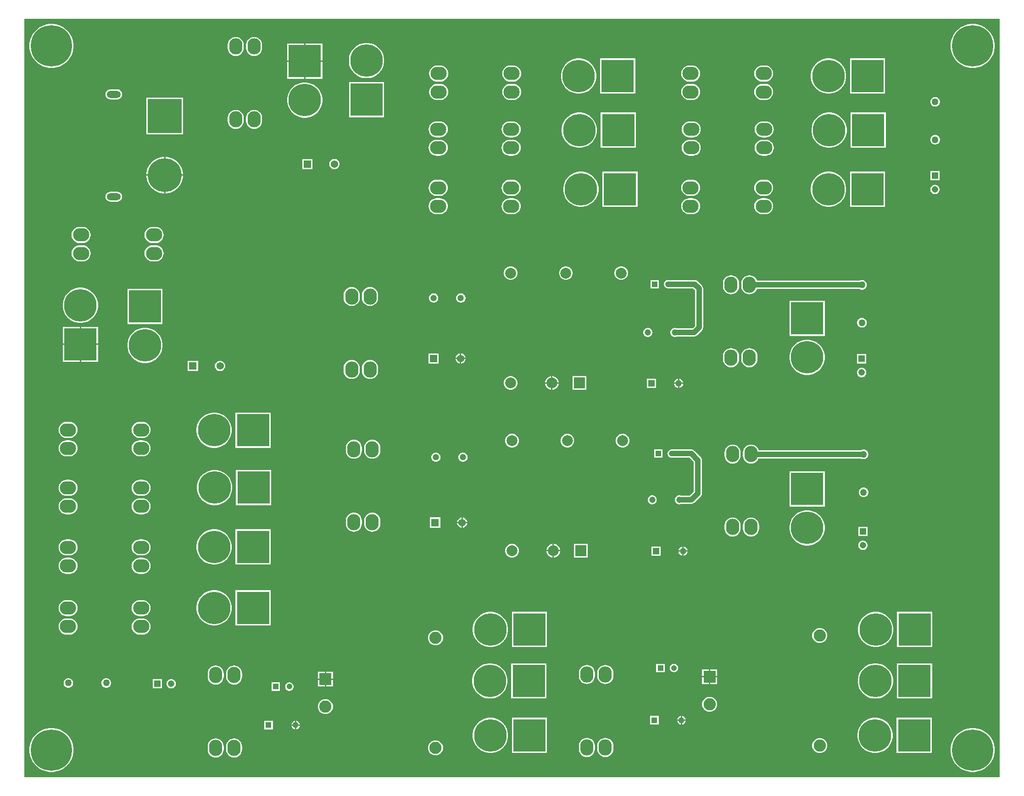
<source format=gbl>
G04*
G04 #@! TF.GenerationSoftware,Altium Limited,Altium Designer,21.9.2 (33)*
G04*
G04 Layer_Physical_Order=2*
G04 Layer_Color=16711680*
%FSLAX25Y25*%
%MOIN*%
G70*
G04*
G04 #@! TF.SameCoordinates,B47FFC8E-61E7-446A-90B7-BF6068300CD5*
G04*
G04*
G04 #@! TF.FilePolarity,Positive*
G04*
G01*
G75*
%ADD11C,0.01000*%
%ADD46C,0.03937*%
%ADD47O,0.10236X0.05118*%
%ADD48C,0.24567*%
%ADD49R,0.24567X0.24567*%
%ADD50C,0.23622*%
%ADD51R,0.23622X0.23622*%
%ADD52C,0.04953*%
%ADD53C,0.05400*%
%ADD54R,0.05400X0.05400*%
%ADD55R,0.04756X0.04756*%
%ADD56C,0.04756*%
%ADD57O,0.09646X0.11811*%
%ADD58O,0.11811X0.09646*%
%ADD59C,0.04685*%
%ADD60R,0.08858X0.08858*%
%ADD61C,0.08858*%
%ADD62C,0.07874*%
%ADD63R,0.07874X0.07874*%
%ADD64C,0.04724*%
%ADD65R,0.04724X0.04724*%
%ADD66C,0.04528*%
%ADD67R,0.04134X0.04134*%
%ADD68C,0.04134*%
%ADD69C,0.04331*%
%ADD70R,0.04331X0.04331*%
%ADD71R,0.04756X0.04756*%
%ADD72R,0.23622X0.23622*%
%ADD73C,0.30000*%
G36*
X708661Y0D02*
X0D01*
Y551181D01*
X708661D01*
Y0D01*
D02*
G37*
%LPC*%
G36*
X166929Y538036D02*
X165788Y537924D01*
X164690Y537591D01*
X163679Y537050D01*
X162792Y536322D01*
X162064Y535436D01*
X161523Y534424D01*
X161191Y533326D01*
X161078Y532185D01*
Y530020D01*
X161191Y528878D01*
X161523Y527781D01*
X162064Y526769D01*
X162792Y525882D01*
X163679Y525155D01*
X164690Y524614D01*
X165788Y524281D01*
X166929Y524169D01*
X168071Y524281D01*
X169168Y524614D01*
X170180Y525155D01*
X171066Y525882D01*
X171794Y526769D01*
X172335Y527781D01*
X172668Y528878D01*
X172780Y530020D01*
Y532185D01*
X172668Y533326D01*
X172335Y534424D01*
X171794Y535436D01*
X171066Y536322D01*
X170180Y537050D01*
X169168Y537591D01*
X168071Y537924D01*
X166929Y538036D01*
D02*
G37*
G36*
X153543D02*
X152402Y537924D01*
X151304Y537591D01*
X150293Y537050D01*
X149406Y536322D01*
X148678Y535436D01*
X148138Y534424D01*
X147805Y533326D01*
X147692Y532185D01*
Y530020D01*
X147805Y528878D01*
X148138Y527781D01*
X148678Y526769D01*
X149406Y525882D01*
X150293Y525155D01*
X151304Y524614D01*
X152402Y524281D01*
X153543Y524169D01*
X154685Y524281D01*
X155782Y524614D01*
X156794Y525155D01*
X157681Y525882D01*
X158408Y526769D01*
X158949Y527781D01*
X159282Y528878D01*
X159394Y530020D01*
Y532185D01*
X159282Y533326D01*
X158949Y534424D01*
X158408Y535436D01*
X157681Y536322D01*
X156794Y537050D01*
X155782Y537591D01*
X154685Y537924D01*
X153543Y538036D01*
D02*
G37*
G36*
X216567Y533284D02*
X204256D01*
Y520972D01*
X216567D01*
Y533284D01*
D02*
G37*
G36*
X203256D02*
X190945D01*
Y520972D01*
X203256D01*
Y533284D01*
D02*
G37*
G36*
X690236Y547496D02*
X687717D01*
X685230Y547102D01*
X682834Y546324D01*
X680590Y545181D01*
X678553Y543700D01*
X676772Y541919D01*
X675292Y539882D01*
X674149Y537638D01*
X673370Y535243D01*
X672976Y532755D01*
Y530237D01*
X673370Y527749D01*
X674149Y525354D01*
X675292Y523110D01*
X676772Y521073D01*
X678553Y519292D01*
X680590Y517812D01*
X682834Y516668D01*
X685230Y515890D01*
X687717Y515496D01*
X690236D01*
X692723Y515890D01*
X695118Y516668D01*
X697362Y517812D01*
X699400Y519292D01*
X701181Y521073D01*
X702661Y523110D01*
X703804Y525354D01*
X704582Y527749D01*
X704976Y530237D01*
Y532755D01*
X704582Y535243D01*
X703804Y537638D01*
X702661Y539882D01*
X701181Y541919D01*
X699400Y543700D01*
X697362Y545181D01*
X695118Y546324D01*
X692723Y547102D01*
X690236Y547496D01*
D02*
G37*
G36*
X20944D02*
X18426D01*
X15938Y547102D01*
X13543Y546324D01*
X11299Y545181D01*
X9262Y543700D01*
X7481Y541919D01*
X6001Y539882D01*
X4857Y537638D01*
X4079Y535243D01*
X3685Y532755D01*
Y530237D01*
X4079Y527749D01*
X4857Y525354D01*
X6001Y523110D01*
X7481Y521073D01*
X9262Y519292D01*
X11299Y517812D01*
X13543Y516668D01*
X15938Y515890D01*
X18426Y515496D01*
X20944D01*
X23432Y515890D01*
X25827Y516668D01*
X28071Y517812D01*
X30108Y519292D01*
X31889Y521073D01*
X33369Y523110D01*
X34513Y525354D01*
X35291Y527749D01*
X35685Y530237D01*
Y532755D01*
X35291Y535243D01*
X34513Y537638D01*
X33369Y539882D01*
X31889Y541919D01*
X30108Y543700D01*
X28071Y545181D01*
X25827Y546324D01*
X23432Y547102D01*
X20944Y547496D01*
D02*
G37*
G36*
X249615Y533677D02*
X247598D01*
X245606Y533362D01*
X243689Y532739D01*
X241892Y531823D01*
X240261Y530638D01*
X238835Y529212D01*
X237649Y527581D01*
X236734Y525784D01*
X236111Y523866D01*
X235795Y521874D01*
Y519858D01*
X236111Y517866D01*
X236734Y515948D01*
X237649Y514152D01*
X238835Y512520D01*
X240261Y511094D01*
X241892Y509909D01*
X243689Y508994D01*
X245606Y508371D01*
X247598Y508055D01*
X249615D01*
X251606Y508371D01*
X253524Y508994D01*
X255321Y509909D01*
X256952Y511094D01*
X258378Y512520D01*
X259563Y514152D01*
X260479Y515948D01*
X261102Y517866D01*
X261417Y519858D01*
Y521874D01*
X261102Y523866D01*
X260479Y525784D01*
X259563Y527581D01*
X258378Y529212D01*
X256952Y530638D01*
X255321Y531823D01*
X253524Y532739D01*
X251606Y533362D01*
X249615Y533677D01*
D02*
G37*
G36*
X216567Y519972D02*
X204256D01*
Y507661D01*
X216567D01*
Y519972D01*
D02*
G37*
G36*
X203256D02*
X190945D01*
Y507661D01*
X203256D01*
Y519972D01*
D02*
G37*
G36*
X538228Y517268D02*
X536063D01*
X534922Y517156D01*
X533824Y516823D01*
X532812Y516282D01*
X531926Y515555D01*
X531198Y514668D01*
X530657Y513656D01*
X530324Y512559D01*
X530212Y511417D01*
X530324Y510276D01*
X530657Y509178D01*
X531198Y508167D01*
X531926Y507280D01*
X532812Y506552D01*
X533824Y506012D01*
X534922Y505679D01*
X536063Y505566D01*
X538228D01*
X539370Y505679D01*
X540467Y506012D01*
X541479Y506552D01*
X542366Y507280D01*
X543093Y508167D01*
X543634Y509178D01*
X543967Y510276D01*
X544079Y511417D01*
X543967Y512559D01*
X543634Y513656D01*
X543093Y514668D01*
X542366Y515555D01*
X541479Y516282D01*
X540467Y516823D01*
X539370Y517156D01*
X538228Y517268D01*
D02*
G37*
G36*
X485197D02*
X483032D01*
X481890Y517156D01*
X480792Y516823D01*
X479781Y516282D01*
X478894Y515555D01*
X478167Y514668D01*
X477626Y513656D01*
X477293Y512559D01*
X477180Y511417D01*
X477293Y510276D01*
X477626Y509178D01*
X478167Y508167D01*
X478894Y507280D01*
X479781Y506552D01*
X480792Y506012D01*
X481890Y505679D01*
X483032Y505566D01*
X485197D01*
X486338Y505679D01*
X487436Y506012D01*
X488448Y506552D01*
X489334Y507280D01*
X490062Y508167D01*
X490602Y509178D01*
X490935Y510276D01*
X491048Y511417D01*
X490935Y512559D01*
X490602Y513656D01*
X490062Y514668D01*
X489334Y515555D01*
X488448Y516282D01*
X487436Y516823D01*
X486338Y517156D01*
X485197Y517268D01*
D02*
G37*
G36*
X355157D02*
X352992D01*
X351851Y517156D01*
X350753Y516823D01*
X349742Y516282D01*
X348855Y515555D01*
X348127Y514668D01*
X347586Y513656D01*
X347254Y512559D01*
X347141Y511417D01*
X347254Y510276D01*
X347586Y509178D01*
X348127Y508167D01*
X348855Y507280D01*
X349742Y506552D01*
X350753Y506012D01*
X351851Y505679D01*
X352992Y505566D01*
X355157D01*
X356299Y505679D01*
X357397Y506012D01*
X358408Y506552D01*
X359295Y507280D01*
X360022Y508167D01*
X360563Y509178D01*
X360896Y510276D01*
X361009Y511417D01*
X360896Y512559D01*
X360563Y513656D01*
X360022Y514668D01*
X359295Y515555D01*
X358408Y516282D01*
X357397Y516823D01*
X356299Y517156D01*
X355157Y517268D01*
D02*
G37*
G36*
X302126D02*
X299961D01*
X298819Y517156D01*
X297722Y516823D01*
X296710Y516282D01*
X295823Y515555D01*
X295096Y514668D01*
X294555Y513656D01*
X294222Y512559D01*
X294110Y511417D01*
X294222Y510276D01*
X294555Y509178D01*
X295096Y508167D01*
X295823Y507280D01*
X296710Y506552D01*
X297722Y506012D01*
X298819Y505679D01*
X299961Y505566D01*
X302126D01*
X303268Y505679D01*
X304365Y506012D01*
X305377Y506552D01*
X306263Y507280D01*
X306991Y508167D01*
X307532Y509178D01*
X307865Y510276D01*
X307977Y511417D01*
X307865Y512559D01*
X307532Y513656D01*
X306991Y514668D01*
X306263Y515555D01*
X305377Y516282D01*
X304365Y516823D01*
X303268Y517156D01*
X302126Y517268D01*
D02*
G37*
G36*
X625410Y522441D02*
X599787D01*
Y496819D01*
X625410D01*
Y522441D01*
D02*
G37*
G36*
X585260D02*
X583244D01*
X581252Y522125D01*
X579334Y521502D01*
X577537Y520587D01*
X575906Y519402D01*
X574480Y517976D01*
X573295Y516344D01*
X572379Y514548D01*
X571756Y512630D01*
X571441Y510638D01*
Y508622D01*
X571756Y506630D01*
X572379Y504712D01*
X573295Y502915D01*
X574480Y501284D01*
X575906Y499858D01*
X577537Y498673D01*
X579334Y497757D01*
X581252Y497134D01*
X583244Y496819D01*
X585260D01*
X587252Y497134D01*
X589170Y497757D01*
X590966Y498673D01*
X592598Y499858D01*
X594024Y501284D01*
X595209Y502915D01*
X596124Y504712D01*
X596747Y506630D01*
X597063Y508622D01*
Y510638D01*
X596747Y512630D01*
X596124Y514548D01*
X595209Y516344D01*
X594024Y517976D01*
X592598Y519402D01*
X590966Y520587D01*
X589170Y521502D01*
X587252Y522125D01*
X585260Y522441D01*
D02*
G37*
G36*
X443913D02*
X418291D01*
Y496819D01*
X443913D01*
Y522441D01*
D02*
G37*
G36*
X403764D02*
X401748D01*
X399756Y522125D01*
X397838Y521502D01*
X396041Y520587D01*
X394410Y519402D01*
X392984Y517976D01*
X391799Y516344D01*
X390883Y514548D01*
X390260Y512630D01*
X389945Y510638D01*
Y508622D01*
X390260Y506630D01*
X390883Y504712D01*
X391799Y502915D01*
X392984Y501284D01*
X394410Y499858D01*
X396041Y498673D01*
X397838Y497757D01*
X399756Y497134D01*
X401748Y496819D01*
X403764D01*
X405756Y497134D01*
X407674Y497757D01*
X409470Y498673D01*
X411102Y499858D01*
X412528Y501284D01*
X413713Y502915D01*
X414628Y504712D01*
X415251Y506630D01*
X415567Y508622D01*
Y510638D01*
X415251Y512630D01*
X414628Y514548D01*
X413713Y516344D01*
X412528Y517976D01*
X411102Y519402D01*
X409470Y520587D01*
X407674Y521502D01*
X405756Y522125D01*
X403764Y522441D01*
D02*
G37*
G36*
X67520Y499893D02*
X62402D01*
X61472Y499771D01*
X60607Y499412D01*
X59863Y498841D01*
X59293Y498098D01*
X58934Y497232D01*
X58812Y496303D01*
X58934Y495374D01*
X59293Y494508D01*
X59863Y493765D01*
X60607Y493194D01*
X61472Y492836D01*
X62402Y492713D01*
X67520D01*
X68449Y492836D01*
X69315Y493194D01*
X70058Y493765D01*
X70628Y494508D01*
X70987Y495374D01*
X71109Y496303D01*
X70987Y497232D01*
X70628Y498098D01*
X70058Y498841D01*
X69315Y499412D01*
X68449Y499771D01*
X67520Y499893D01*
D02*
G37*
G36*
X538228Y503883D02*
X536063D01*
X534922Y503770D01*
X533824Y503437D01*
X532812Y502896D01*
X531926Y502169D01*
X531198Y501282D01*
X530657Y500271D01*
X530324Y499173D01*
X530212Y498032D01*
X530324Y496890D01*
X530657Y495792D01*
X531198Y494781D01*
X531926Y493894D01*
X532812Y493167D01*
X533824Y492626D01*
X534922Y492293D01*
X536063Y492180D01*
X538228D01*
X539370Y492293D01*
X540467Y492626D01*
X541479Y493167D01*
X542366Y493894D01*
X543093Y494781D01*
X543634Y495792D01*
X543967Y496890D01*
X544079Y498032D01*
X543967Y499173D01*
X543634Y500271D01*
X543093Y501282D01*
X542366Y502169D01*
X541479Y502896D01*
X540467Y503437D01*
X539370Y503770D01*
X538228Y503883D01*
D02*
G37*
G36*
X485197D02*
X483032D01*
X481890Y503770D01*
X480792Y503437D01*
X479781Y502896D01*
X478894Y502169D01*
X478167Y501282D01*
X477626Y500271D01*
X477293Y499173D01*
X477180Y498032D01*
X477293Y496890D01*
X477626Y495792D01*
X478167Y494781D01*
X478894Y493894D01*
X479781Y493167D01*
X480792Y492626D01*
X481890Y492293D01*
X483032Y492180D01*
X485197D01*
X486338Y492293D01*
X487436Y492626D01*
X488448Y493167D01*
X489334Y493894D01*
X490062Y494781D01*
X490602Y495792D01*
X490935Y496890D01*
X491048Y498032D01*
X490935Y499173D01*
X490602Y500271D01*
X490062Y501282D01*
X489334Y502169D01*
X488448Y502896D01*
X487436Y503437D01*
X486338Y503770D01*
X485197Y503883D01*
D02*
G37*
G36*
X355157D02*
X352992D01*
X351851Y503770D01*
X350753Y503437D01*
X349742Y502896D01*
X348855Y502169D01*
X348127Y501282D01*
X347586Y500271D01*
X347254Y499173D01*
X347141Y498032D01*
X347254Y496890D01*
X347586Y495792D01*
X348127Y494781D01*
X348855Y493894D01*
X349742Y493167D01*
X350753Y492626D01*
X351851Y492293D01*
X352992Y492180D01*
X355157D01*
X356299Y492293D01*
X357397Y492626D01*
X358408Y493167D01*
X359295Y493894D01*
X360022Y494781D01*
X360563Y495792D01*
X360896Y496890D01*
X361009Y498032D01*
X360896Y499173D01*
X360563Y500271D01*
X360022Y501282D01*
X359295Y502169D01*
X358408Y502896D01*
X357397Y503437D01*
X356299Y503770D01*
X355157Y503883D01*
D02*
G37*
G36*
X302126D02*
X299961D01*
X298819Y503770D01*
X297722Y503437D01*
X296710Y502896D01*
X295823Y502169D01*
X295096Y501282D01*
X294555Y500271D01*
X294222Y499173D01*
X294110Y498032D01*
X294222Y496890D01*
X294555Y495792D01*
X295096Y494781D01*
X295823Y493894D01*
X296710Y493167D01*
X297722Y492626D01*
X298819Y492293D01*
X299961Y492180D01*
X302126D01*
X303268Y492293D01*
X304365Y492626D01*
X305377Y493167D01*
X306263Y493894D01*
X306991Y494781D01*
X307532Y495792D01*
X307865Y496890D01*
X307977Y498032D01*
X307865Y499173D01*
X307532Y500271D01*
X306991Y501282D01*
X306263Y502169D01*
X305377Y502896D01*
X304365Y503437D01*
X303268Y503770D01*
X302126Y503883D01*
D02*
G37*
G36*
X662150Y494366D02*
X661234D01*
X660350Y494129D01*
X659558Y493672D01*
X658910Y493024D01*
X658453Y492232D01*
X658216Y491347D01*
Y490432D01*
X658453Y489548D01*
X658910Y488755D01*
X659558Y488108D01*
X660350Y487650D01*
X661234Y487413D01*
X662150D01*
X663034Y487650D01*
X663827Y488108D01*
X664474Y488755D01*
X664932Y489548D01*
X665169Y490432D01*
Y491347D01*
X664932Y492232D01*
X664474Y493024D01*
X663827Y493672D01*
X663034Y494129D01*
X662150Y494366D01*
D02*
G37*
G36*
X261417Y505331D02*
X235795D01*
Y479709D01*
X261417D01*
Y505331D01*
D02*
G37*
G36*
X204764Y504937D02*
X202748D01*
X200756Y504622D01*
X198838Y503998D01*
X197041Y503083D01*
X195410Y501898D01*
X193984Y500472D01*
X192799Y498840D01*
X191884Y497044D01*
X191260Y495126D01*
X190945Y493134D01*
Y491118D01*
X191260Y489126D01*
X191884Y487208D01*
X192799Y485412D01*
X193984Y483780D01*
X195410Y482354D01*
X197041Y481169D01*
X198838Y480254D01*
X200756Y479630D01*
X202748Y479315D01*
X204764D01*
X206756Y479630D01*
X208674Y480254D01*
X210470Y481169D01*
X212102Y482354D01*
X213528Y483780D01*
X214713Y485412D01*
X215628Y487208D01*
X216251Y489126D01*
X216567Y491118D01*
Y493134D01*
X216251Y495126D01*
X215628Y497044D01*
X214713Y498840D01*
X213528Y500472D01*
X212102Y501898D01*
X210470Y503083D01*
X208674Y503998D01*
X206756Y504622D01*
X204764Y504937D01*
D02*
G37*
G36*
X166929Y485005D02*
X165788Y484892D01*
X164690Y484559D01*
X163679Y484019D01*
X162792Y483291D01*
X162064Y482404D01*
X161523Y481393D01*
X161191Y480295D01*
X161078Y479153D01*
Y476988D01*
X161191Y475847D01*
X161523Y474749D01*
X162064Y473737D01*
X162792Y472851D01*
X163679Y472123D01*
X164690Y471583D01*
X165788Y471250D01*
X166929Y471137D01*
X168071Y471250D01*
X169168Y471583D01*
X170180Y472123D01*
X171066Y472851D01*
X171794Y473737D01*
X172335Y474749D01*
X172668Y475847D01*
X172780Y476988D01*
Y479153D01*
X172668Y480295D01*
X172335Y481393D01*
X171794Y482404D01*
X171066Y483291D01*
X170180Y484019D01*
X169168Y484559D01*
X168071Y484892D01*
X166929Y485005D01*
D02*
G37*
G36*
X153543D02*
X152402Y484892D01*
X151304Y484559D01*
X150293Y484019D01*
X149406Y483291D01*
X148678Y482404D01*
X148138Y481393D01*
X147805Y480295D01*
X147692Y479153D01*
Y476988D01*
X147805Y475847D01*
X148138Y474749D01*
X148678Y473737D01*
X149406Y472851D01*
X150293Y472123D01*
X151304Y471583D01*
X152402Y471250D01*
X153543Y471137D01*
X154685Y471250D01*
X155782Y471583D01*
X156794Y472123D01*
X157681Y472851D01*
X158408Y473737D01*
X158949Y474749D01*
X159282Y475847D01*
X159394Y476988D01*
Y479153D01*
X159282Y480295D01*
X158949Y481393D01*
X158408Y482404D01*
X157681Y483291D01*
X156794Y484019D01*
X155782Y484559D01*
X154685Y484892D01*
X153543Y485005D01*
D02*
G37*
G36*
X115252Y493839D02*
X88685D01*
Y467272D01*
X115252D01*
Y493839D01*
D02*
G37*
G36*
X538622Y476717D02*
X536457D01*
X535315Y476605D01*
X534218Y476272D01*
X533206Y475731D01*
X532319Y475003D01*
X531592Y474117D01*
X531051Y473105D01*
X530718Y472008D01*
X530606Y470866D01*
X530718Y469725D01*
X531051Y468627D01*
X531592Y467616D01*
X532319Y466729D01*
X533206Y466001D01*
X534218Y465460D01*
X535315Y465128D01*
X536457Y465015D01*
X538622D01*
X539763Y465128D01*
X540861Y465460D01*
X541873Y466001D01*
X542759Y466729D01*
X543487Y467616D01*
X544028Y468627D01*
X544361Y469725D01*
X544473Y470866D01*
X544361Y472008D01*
X544028Y473105D01*
X543487Y474117D01*
X542759Y475003D01*
X541873Y475731D01*
X540861Y476272D01*
X539763Y476605D01*
X538622Y476717D01*
D02*
G37*
G36*
X485591D02*
X483425D01*
X482284Y476605D01*
X481186Y476272D01*
X480174Y475731D01*
X479288Y475003D01*
X478560Y474117D01*
X478020Y473105D01*
X477687Y472008D01*
X477574Y470866D01*
X477687Y469725D01*
X478020Y468627D01*
X478560Y467616D01*
X479288Y466729D01*
X480174Y466001D01*
X481186Y465460D01*
X482284Y465128D01*
X483425Y465015D01*
X485591D01*
X486732Y465128D01*
X487830Y465460D01*
X488841Y466001D01*
X489728Y466729D01*
X490455Y467616D01*
X490996Y468627D01*
X491329Y469725D01*
X491442Y470866D01*
X491329Y472008D01*
X490996Y473105D01*
X490455Y474117D01*
X489728Y475003D01*
X488841Y475731D01*
X487830Y476272D01*
X486732Y476605D01*
X485591Y476717D01*
D02*
G37*
G36*
X354764Y476717D02*
X352598D01*
X351457Y476605D01*
X350359Y476272D01*
X349348Y475731D01*
X348461Y475003D01*
X347733Y474117D01*
X347193Y473105D01*
X346860Y472008D01*
X346747Y470866D01*
X346860Y469725D01*
X347193Y468627D01*
X347733Y467616D01*
X348461Y466729D01*
X349348Y466001D01*
X350359Y465460D01*
X351457Y465128D01*
X352598Y465015D01*
X354764D01*
X355905Y465128D01*
X357003Y465460D01*
X358014Y466001D01*
X358901Y466729D01*
X359629Y467616D01*
X360169Y468627D01*
X360502Y469725D01*
X360615Y470866D01*
X360502Y472008D01*
X360169Y473105D01*
X359629Y474117D01*
X358901Y475003D01*
X358014Y475731D01*
X357003Y476272D01*
X355905Y476605D01*
X354764Y476717D01*
D02*
G37*
G36*
X301732D02*
X299567D01*
X298426Y476605D01*
X297328Y476272D01*
X296316Y475731D01*
X295430Y475003D01*
X294702Y474117D01*
X294161Y473105D01*
X293828Y472008D01*
X293716Y470866D01*
X293828Y469725D01*
X294161Y468627D01*
X294702Y467616D01*
X295430Y466729D01*
X296316Y466001D01*
X297328Y465460D01*
X298426Y465128D01*
X299567Y465015D01*
X301732D01*
X302874Y465128D01*
X303971Y465460D01*
X304983Y466001D01*
X305870Y466729D01*
X306597Y467616D01*
X307138Y468627D01*
X307471Y469725D01*
X307583Y470866D01*
X307471Y472008D01*
X307138Y473105D01*
X306597Y474117D01*
X305870Y475003D01*
X304983Y475731D01*
X303971Y476272D01*
X302874Y476605D01*
X301732Y476717D01*
D02*
G37*
G36*
X662150Y466807D02*
X661234D01*
X660350Y466570D01*
X659558Y466113D01*
X658910Y465465D01*
X658453Y464673D01*
X658216Y463788D01*
Y462873D01*
X658453Y461989D01*
X658910Y461196D01*
X659558Y460549D01*
X660350Y460091D01*
X661234Y459854D01*
X662150D01*
X663034Y460091D01*
X663827Y460549D01*
X664474Y461196D01*
X664932Y461989D01*
X665169Y462873D01*
Y463788D01*
X664932Y464673D01*
X664474Y465465D01*
X663827Y466113D01*
X663034Y466570D01*
X662150Y466807D01*
D02*
G37*
G36*
X625803Y483071D02*
X600181D01*
Y457449D01*
X625803D01*
Y483071D01*
D02*
G37*
G36*
X585654D02*
X583637D01*
X581646Y482755D01*
X579728Y482132D01*
X577931Y481217D01*
X576300Y480031D01*
X574874Y478606D01*
X573689Y476974D01*
X572773Y475178D01*
X572150Y473260D01*
X571835Y471268D01*
Y469252D01*
X572150Y467260D01*
X572773Y465342D01*
X573689Y463545D01*
X574874Y461914D01*
X576300Y460488D01*
X577931Y459303D01*
X579728Y458387D01*
X581646Y457764D01*
X583637Y457449D01*
X585654D01*
X587646Y457764D01*
X589563Y458387D01*
X591360Y459303D01*
X592991Y460488D01*
X594417Y461914D01*
X595603Y463545D01*
X596518Y465342D01*
X597141Y467260D01*
X597457Y469252D01*
Y471268D01*
X597141Y473260D01*
X596518Y475178D01*
X595603Y476974D01*
X594417Y478606D01*
X592991Y480031D01*
X591360Y481217D01*
X589563Y482132D01*
X587646Y482755D01*
X585654Y483071D01*
D02*
G37*
G36*
X444307D02*
X418685D01*
Y457449D01*
X444307D01*
Y483071D01*
D02*
G37*
G36*
X404158D02*
X402141D01*
X400150Y482755D01*
X398232Y482132D01*
X396435Y481217D01*
X394804Y480031D01*
X393378Y478606D01*
X392193Y476974D01*
X391277Y475178D01*
X390654Y473260D01*
X390339Y471268D01*
Y469252D01*
X390654Y467260D01*
X391277Y465342D01*
X392193Y463545D01*
X393378Y461914D01*
X394804Y460488D01*
X396435Y459303D01*
X398232Y458387D01*
X400150Y457764D01*
X402141Y457449D01*
X404158D01*
X406149Y457764D01*
X408067Y458387D01*
X409864Y459303D01*
X411495Y460488D01*
X412921Y461914D01*
X414107Y463545D01*
X415022Y465342D01*
X415645Y467260D01*
X415961Y469252D01*
Y471268D01*
X415645Y473260D01*
X415022Y475178D01*
X414107Y476974D01*
X412921Y478606D01*
X411495Y480031D01*
X409864Y481217D01*
X408067Y482132D01*
X406149Y482755D01*
X404158Y483071D01*
D02*
G37*
G36*
X538622Y463331D02*
X536457D01*
X535315Y463219D01*
X534218Y462886D01*
X533206Y462345D01*
X532319Y461618D01*
X531592Y460731D01*
X531051Y459719D01*
X530718Y458622D01*
X530606Y457480D01*
X530718Y456339D01*
X531051Y455241D01*
X531592Y454230D01*
X532319Y453343D01*
X533206Y452615D01*
X534218Y452075D01*
X535315Y451742D01*
X536457Y451629D01*
X538622D01*
X539763Y451742D01*
X540861Y452075D01*
X541873Y452615D01*
X542759Y453343D01*
X543487Y454230D01*
X544028Y455241D01*
X544361Y456339D01*
X544473Y457480D01*
X544361Y458622D01*
X544028Y459719D01*
X543487Y460731D01*
X542759Y461618D01*
X541873Y462345D01*
X540861Y462886D01*
X539763Y463219D01*
X538622Y463331D01*
D02*
G37*
G36*
X485591D02*
X483425D01*
X482284Y463219D01*
X481186Y462886D01*
X480174Y462345D01*
X479288Y461618D01*
X478560Y460731D01*
X478020Y459719D01*
X477687Y458622D01*
X477574Y457480D01*
X477687Y456339D01*
X478020Y455241D01*
X478560Y454230D01*
X479288Y453343D01*
X480174Y452615D01*
X481186Y452075D01*
X482284Y451742D01*
X483425Y451629D01*
X485591D01*
X486732Y451742D01*
X487830Y452075D01*
X488841Y452615D01*
X489728Y453343D01*
X490455Y454230D01*
X490996Y455241D01*
X491329Y456339D01*
X491442Y457480D01*
X491329Y458622D01*
X490996Y459719D01*
X490455Y460731D01*
X489728Y461618D01*
X488841Y462345D01*
X487830Y462886D01*
X486732Y463219D01*
X485591Y463331D01*
D02*
G37*
G36*
X354764Y463331D02*
X352598D01*
X351457Y463219D01*
X350359Y462886D01*
X349348Y462345D01*
X348461Y461618D01*
X347733Y460731D01*
X347193Y459719D01*
X346860Y458622D01*
X346747Y457480D01*
X346860Y456339D01*
X347193Y455241D01*
X347733Y454230D01*
X348461Y453343D01*
X349348Y452615D01*
X350359Y452075D01*
X351457Y451742D01*
X352598Y451629D01*
X354764D01*
X355905Y451742D01*
X357003Y452075D01*
X358014Y452615D01*
X358901Y453343D01*
X359629Y454230D01*
X360169Y455241D01*
X360502Y456339D01*
X360615Y457480D01*
X360502Y458622D01*
X360169Y459719D01*
X359629Y460731D01*
X358901Y461618D01*
X358014Y462345D01*
X357003Y462886D01*
X355905Y463219D01*
X354764Y463331D01*
D02*
G37*
G36*
X301732D02*
X299567D01*
X298426Y463219D01*
X297328Y462886D01*
X296316Y462345D01*
X295430Y461618D01*
X294702Y460731D01*
X294161Y459719D01*
X293828Y458622D01*
X293716Y457480D01*
X293828Y456339D01*
X294161Y455241D01*
X294702Y454230D01*
X295430Y453343D01*
X296316Y452615D01*
X297328Y452075D01*
X298426Y451742D01*
X299567Y451629D01*
X301732D01*
X302874Y451742D01*
X303971Y452075D01*
X304983Y452615D01*
X305870Y453343D01*
X306597Y454230D01*
X307138Y455241D01*
X307471Y456339D01*
X307583Y457480D01*
X307471Y458622D01*
X307138Y459719D01*
X306597Y460731D01*
X305870Y461618D01*
X304983Y462345D01*
X303971Y462886D01*
X302874Y463219D01*
X301732Y463331D01*
D02*
G37*
G36*
X225684Y449369D02*
X224710D01*
X223769Y449117D01*
X222925Y448630D01*
X222236Y447941D01*
X221749Y447097D01*
X221497Y446156D01*
Y445182D01*
X221749Y444241D01*
X222236Y443397D01*
X222925Y442709D01*
X223769Y442221D01*
X224710Y441969D01*
X225684D01*
X226625Y442221D01*
X227469Y442709D01*
X228158Y443397D01*
X228645Y444241D01*
X228897Y445182D01*
Y446156D01*
X228645Y447097D01*
X228158Y447941D01*
X227469Y448630D01*
X226625Y449117D01*
X225684Y449369D01*
D02*
G37*
G36*
X209212D02*
X201812D01*
Y441969D01*
X209212D01*
Y449369D01*
D02*
G37*
G36*
X103014Y450925D02*
X102469D01*
Y438142D01*
X115252D01*
Y438687D01*
X114925Y440752D01*
X114279Y442741D01*
X113330Y444604D01*
X112101Y446295D01*
X110622Y447774D01*
X108931Y449003D01*
X107068Y449952D01*
X105079Y450598D01*
X103014Y450925D01*
D02*
G37*
G36*
X101469D02*
X100923D01*
X98858Y450598D01*
X96869Y449952D01*
X95006Y449003D01*
X93315Y447774D01*
X91836Y446295D01*
X90608Y444604D01*
X89658Y442741D01*
X89012Y440752D01*
X88685Y438687D01*
Y438142D01*
X101469D01*
Y450925D01*
D02*
G37*
G36*
X664911Y440502D02*
X658155D01*
Y433746D01*
X664911D01*
Y440502D01*
D02*
G37*
G36*
X115252Y437142D02*
X102469D01*
Y424358D01*
X103014D01*
X105079Y424685D01*
X107068Y425331D01*
X108931Y426281D01*
X110622Y427510D01*
X112101Y428988D01*
X113330Y430680D01*
X114279Y432543D01*
X114925Y434531D01*
X115252Y436596D01*
Y437142D01*
D02*
G37*
G36*
X101469D02*
X88685D01*
Y436596D01*
X89012Y434531D01*
X89658Y432543D01*
X90608Y430680D01*
X91836Y428988D01*
X93315Y427510D01*
X95006Y426281D01*
X96869Y425331D01*
X98858Y424685D01*
X100923Y424358D01*
X101469D01*
Y437142D01*
D02*
G37*
G36*
X661978Y430502D02*
X661089D01*
X660230Y430271D01*
X659459Y429827D01*
X658830Y429198D01*
X658386Y428428D01*
X658155Y427568D01*
Y426679D01*
X658386Y425820D01*
X658830Y425050D01*
X659459Y424421D01*
X660230Y423976D01*
X661089Y423746D01*
X661978D01*
X662837Y423976D01*
X663608Y424421D01*
X664236Y425050D01*
X664681Y425820D01*
X664911Y426679D01*
Y427568D01*
X664681Y428428D01*
X664236Y429198D01*
X663608Y429827D01*
X662837Y430271D01*
X661978Y430502D01*
D02*
G37*
G36*
X538228Y434198D02*
X536063D01*
X534922Y434085D01*
X533824Y433752D01*
X532812Y433211D01*
X531926Y432484D01*
X531198Y431597D01*
X530657Y430585D01*
X530324Y429488D01*
X530212Y428346D01*
X530324Y427205D01*
X530657Y426107D01*
X531198Y425096D01*
X531926Y424209D01*
X532812Y423482D01*
X533824Y422941D01*
X534922Y422608D01*
X536063Y422495D01*
X538228D01*
X539370Y422608D01*
X540467Y422941D01*
X541479Y423482D01*
X542366Y424209D01*
X543093Y425096D01*
X543634Y426107D01*
X543967Y427205D01*
X544079Y428346D01*
X543967Y429488D01*
X543634Y430585D01*
X543093Y431597D01*
X542366Y432484D01*
X541479Y433211D01*
X540467Y433752D01*
X539370Y434085D01*
X538228Y434198D01*
D02*
G37*
G36*
X485197D02*
X483032D01*
X481890Y434085D01*
X480792Y433752D01*
X479781Y433211D01*
X478894Y432484D01*
X478167Y431597D01*
X477626Y430585D01*
X477293Y429488D01*
X477180Y428346D01*
X477293Y427205D01*
X477626Y426107D01*
X478167Y425096D01*
X478894Y424209D01*
X479781Y423482D01*
X480792Y422941D01*
X481890Y422608D01*
X483032Y422495D01*
X485197D01*
X486338Y422608D01*
X487436Y422941D01*
X488448Y423482D01*
X489334Y424209D01*
X490062Y425096D01*
X490602Y426107D01*
X490935Y427205D01*
X491048Y428346D01*
X490935Y429488D01*
X490602Y430585D01*
X490062Y431597D01*
X489334Y432484D01*
X488448Y433211D01*
X487436Y433752D01*
X486338Y434085D01*
X485197Y434198D01*
D02*
G37*
G36*
X354764D02*
X352598D01*
X351457Y434085D01*
X350359Y433752D01*
X349348Y433211D01*
X348461Y432484D01*
X347733Y431597D01*
X347193Y430585D01*
X346860Y429488D01*
X346747Y428346D01*
X346860Y427205D01*
X347193Y426107D01*
X347733Y425096D01*
X348461Y424209D01*
X349348Y423482D01*
X350359Y422941D01*
X351457Y422608D01*
X352598Y422495D01*
X354764D01*
X355905Y422608D01*
X357003Y422941D01*
X358014Y423482D01*
X358901Y424209D01*
X359629Y425096D01*
X360169Y426107D01*
X360502Y427205D01*
X360615Y428346D01*
X360502Y429488D01*
X360169Y430585D01*
X359629Y431597D01*
X358901Y432484D01*
X358014Y433211D01*
X357003Y433752D01*
X355905Y434085D01*
X354764Y434198D01*
D02*
G37*
G36*
X301732D02*
X299567D01*
X298426Y434085D01*
X297328Y433752D01*
X296316Y433211D01*
X295430Y432484D01*
X294702Y431597D01*
X294161Y430585D01*
X293828Y429488D01*
X293716Y428346D01*
X293828Y427205D01*
X294161Y426107D01*
X294702Y425096D01*
X295430Y424209D01*
X296316Y423482D01*
X297328Y422941D01*
X298426Y422608D01*
X299567Y422495D01*
X301732D01*
X302874Y422608D01*
X303971Y422941D01*
X304983Y423482D01*
X305870Y424209D01*
X306597Y425096D01*
X307138Y426107D01*
X307471Y427205D01*
X307583Y428346D01*
X307471Y429488D01*
X307138Y430585D01*
X306597Y431597D01*
X305870Y432484D01*
X304983Y433211D01*
X303971Y433752D01*
X302874Y434085D01*
X301732Y434198D01*
D02*
G37*
G36*
X67520Y425484D02*
X62402D01*
X61472Y425361D01*
X60607Y425002D01*
X59863Y424432D01*
X59293Y423689D01*
X58934Y422823D01*
X58812Y421894D01*
X58934Y420965D01*
X59293Y420099D01*
X59863Y419355D01*
X60607Y418785D01*
X61472Y418426D01*
X62402Y418304D01*
X67520D01*
X68449Y418426D01*
X69315Y418785D01*
X70058Y419355D01*
X70628Y420099D01*
X70987Y420965D01*
X71109Y421894D01*
X70987Y422823D01*
X70628Y423689D01*
X70058Y424432D01*
X69315Y425002D01*
X68449Y425361D01*
X67520Y425484D01*
D02*
G37*
G36*
X625410Y440158D02*
X599787D01*
Y414535D01*
X625410D01*
Y440158D01*
D02*
G37*
G36*
X585260D02*
X583244D01*
X581252Y439842D01*
X579334Y439219D01*
X577537Y438303D01*
X575906Y437118D01*
X574480Y435692D01*
X573295Y434061D01*
X572379Y432264D01*
X571756Y430346D01*
X571441Y428355D01*
Y426338D01*
X571756Y424346D01*
X572379Y422429D01*
X573295Y420632D01*
X574480Y419001D01*
X575906Y417575D01*
X577537Y416390D01*
X579334Y415474D01*
X581252Y414851D01*
X583244Y414535D01*
X585260D01*
X587252Y414851D01*
X589170Y415474D01*
X590966Y416390D01*
X592598Y417575D01*
X594024Y419001D01*
X595209Y420632D01*
X596124Y422429D01*
X596747Y424346D01*
X597063Y426338D01*
Y428355D01*
X596747Y430346D01*
X596124Y432264D01*
X595209Y434061D01*
X594024Y435692D01*
X592598Y437118D01*
X590966Y438303D01*
X589170Y439219D01*
X587252Y439842D01*
X585260Y440158D01*
D02*
G37*
G36*
X445488D02*
X419866D01*
Y414535D01*
X445488D01*
Y440158D01*
D02*
G37*
G36*
X405339D02*
X403323D01*
X401331Y439842D01*
X399413Y439219D01*
X397616Y438303D01*
X395985Y437118D01*
X394559Y435692D01*
X393374Y434061D01*
X392458Y432264D01*
X391835Y430346D01*
X391520Y428355D01*
Y426338D01*
X391835Y424346D01*
X392458Y422429D01*
X393374Y420632D01*
X394559Y419001D01*
X395985Y417575D01*
X397616Y416390D01*
X399413Y415474D01*
X401331Y414851D01*
X403323Y414535D01*
X405339D01*
X407331Y414851D01*
X409248Y415474D01*
X411045Y416390D01*
X412676Y417575D01*
X414102Y419001D01*
X415288Y420632D01*
X416203Y422429D01*
X416826Y424346D01*
X417142Y426338D01*
Y428355D01*
X416826Y430346D01*
X416203Y432264D01*
X415288Y434061D01*
X414102Y435692D01*
X412676Y437118D01*
X411045Y438303D01*
X409248Y439219D01*
X407331Y439842D01*
X405339Y440158D01*
D02*
G37*
G36*
X538228Y420812D02*
X536063D01*
X534922Y420699D01*
X533824Y420366D01*
X532812Y419826D01*
X531926Y419098D01*
X531198Y418211D01*
X530657Y417200D01*
X530324Y416102D01*
X530212Y414961D01*
X530324Y413819D01*
X530657Y412722D01*
X531198Y411710D01*
X531926Y410823D01*
X532812Y410096D01*
X533824Y409555D01*
X534922Y409222D01*
X536063Y409110D01*
X538228D01*
X539370Y409222D01*
X540467Y409555D01*
X541479Y410096D01*
X542366Y410823D01*
X543093Y411710D01*
X543634Y412722D01*
X543967Y413819D01*
X544079Y414961D01*
X543967Y416102D01*
X543634Y417200D01*
X543093Y418211D01*
X542366Y419098D01*
X541479Y419826D01*
X540467Y420366D01*
X539370Y420699D01*
X538228Y420812D01*
D02*
G37*
G36*
X485197D02*
X483032D01*
X481890Y420699D01*
X480792Y420366D01*
X479781Y419826D01*
X478894Y419098D01*
X478167Y418211D01*
X477626Y417200D01*
X477293Y416102D01*
X477180Y414961D01*
X477293Y413819D01*
X477626Y412722D01*
X478167Y411710D01*
X478894Y410823D01*
X479781Y410096D01*
X480792Y409555D01*
X481890Y409222D01*
X483032Y409110D01*
X485197D01*
X486338Y409222D01*
X487436Y409555D01*
X488448Y410096D01*
X489334Y410823D01*
X490062Y411710D01*
X490602Y412722D01*
X490935Y413819D01*
X491048Y414961D01*
X490935Y416102D01*
X490602Y417200D01*
X490062Y418211D01*
X489334Y419098D01*
X488448Y419826D01*
X487436Y420366D01*
X486338Y420699D01*
X485197Y420812D01*
D02*
G37*
G36*
X354764D02*
X352598D01*
X351457Y420699D01*
X350359Y420366D01*
X349348Y419826D01*
X348461Y419098D01*
X347733Y418211D01*
X347193Y417200D01*
X346860Y416102D01*
X346747Y414961D01*
X346860Y413819D01*
X347193Y412722D01*
X347733Y411710D01*
X348461Y410823D01*
X349348Y410096D01*
X350359Y409555D01*
X351457Y409222D01*
X352598Y409110D01*
X354764D01*
X355905Y409222D01*
X357003Y409555D01*
X358014Y410096D01*
X358901Y410823D01*
X359629Y411710D01*
X360169Y412722D01*
X360502Y413819D01*
X360615Y414961D01*
X360502Y416102D01*
X360169Y417200D01*
X359629Y418211D01*
X358901Y419098D01*
X358014Y419826D01*
X357003Y420366D01*
X355905Y420699D01*
X354764Y420812D01*
D02*
G37*
G36*
X301732D02*
X299567D01*
X298426Y420699D01*
X297328Y420366D01*
X296316Y419826D01*
X295430Y419098D01*
X294702Y418211D01*
X294161Y417200D01*
X293828Y416102D01*
X293716Y414961D01*
X293828Y413819D01*
X294161Y412722D01*
X294702Y411710D01*
X295430Y410823D01*
X296316Y410096D01*
X297328Y409555D01*
X298426Y409222D01*
X299567Y409110D01*
X301732D01*
X302874Y409222D01*
X303971Y409555D01*
X304983Y410096D01*
X305870Y410823D01*
X306597Y411710D01*
X307138Y412722D01*
X307471Y413819D01*
X307583Y414961D01*
X307471Y416102D01*
X307138Y417200D01*
X306597Y418211D01*
X305870Y419098D01*
X304983Y419826D01*
X303971Y420366D01*
X302874Y420699D01*
X301732Y420812D01*
D02*
G37*
G36*
X95315Y399945D02*
X93150D01*
X92008Y399833D01*
X90911Y399500D01*
X89899Y398959D01*
X89012Y398232D01*
X88285Y397345D01*
X87744Y396334D01*
X87411Y395236D01*
X87299Y394094D01*
X87411Y392953D01*
X87744Y391855D01*
X88285Y390844D01*
X89012Y389957D01*
X89899Y389230D01*
X90911Y388689D01*
X92008Y388356D01*
X93150Y388244D01*
X95315D01*
X96456Y388356D01*
X97554Y388689D01*
X98566Y389230D01*
X99452Y389957D01*
X100180Y390844D01*
X100721Y391855D01*
X101054Y392953D01*
X101166Y394094D01*
X101054Y395236D01*
X100721Y396334D01*
X100180Y397345D01*
X99452Y398232D01*
X98566Y398959D01*
X97554Y399500D01*
X96456Y399833D01*
X95315Y399945D01*
D02*
G37*
G36*
X42283D02*
X40118D01*
X38977Y399833D01*
X37879Y399500D01*
X36867Y398959D01*
X35981Y398232D01*
X35253Y397345D01*
X34712Y396334D01*
X34380Y395236D01*
X34267Y394094D01*
X34380Y392953D01*
X34712Y391855D01*
X35253Y390844D01*
X35981Y389957D01*
X36867Y389230D01*
X37879Y388689D01*
X38977Y388356D01*
X40118Y388244D01*
X42283D01*
X43425Y388356D01*
X44523Y388689D01*
X45534Y389230D01*
X46421Y389957D01*
X47148Y390844D01*
X47689Y391855D01*
X48022Y392953D01*
X48134Y394094D01*
X48022Y395236D01*
X47689Y396334D01*
X47148Y397345D01*
X46421Y398232D01*
X45534Y398959D01*
X44523Y399500D01*
X43425Y399833D01*
X42283Y399945D01*
D02*
G37*
G36*
X95315Y386560D02*
X93150D01*
X92008Y386447D01*
X90911Y386114D01*
X89899Y385574D01*
X89012Y384846D01*
X88285Y383959D01*
X87744Y382948D01*
X87411Y381850D01*
X87299Y380709D01*
X87411Y379567D01*
X87744Y378470D01*
X88285Y377458D01*
X89012Y376571D01*
X89899Y375844D01*
X90911Y375303D01*
X92008Y374970D01*
X93150Y374858D01*
X95315D01*
X96456Y374970D01*
X97554Y375303D01*
X98566Y375844D01*
X99452Y376571D01*
X100180Y377458D01*
X100721Y378470D01*
X101054Y379567D01*
X101166Y380709D01*
X101054Y381850D01*
X100721Y382948D01*
X100180Y383959D01*
X99452Y384846D01*
X98566Y385574D01*
X97554Y386114D01*
X96456Y386447D01*
X95315Y386560D01*
D02*
G37*
G36*
X42283D02*
X40118D01*
X38977Y386447D01*
X37879Y386114D01*
X36867Y385574D01*
X35981Y384846D01*
X35253Y383959D01*
X34712Y382948D01*
X34380Y381850D01*
X34267Y380709D01*
X34380Y379567D01*
X34712Y378470D01*
X35253Y377458D01*
X35981Y376571D01*
X36867Y375844D01*
X37879Y375303D01*
X38977Y374970D01*
X40118Y374858D01*
X42283D01*
X43425Y374970D01*
X44523Y375303D01*
X45534Y375844D01*
X46421Y376571D01*
X47148Y377458D01*
X47689Y378470D01*
X48022Y379567D01*
X48134Y380709D01*
X48022Y381850D01*
X47689Y382948D01*
X47148Y383959D01*
X46421Y384846D01*
X45534Y385574D01*
X44523Y386114D01*
X43425Y386447D01*
X42283Y386560D01*
D02*
G37*
G36*
X434252Y371307D02*
X432952D01*
X431697Y370971D01*
X430571Y370321D01*
X429652Y369402D01*
X429002Y368276D01*
X428665Y367020D01*
Y365720D01*
X429002Y364464D01*
X429652Y363339D01*
X430571Y362420D01*
X431697Y361770D01*
X432952Y361433D01*
X434252D01*
X435508Y361770D01*
X436634Y362420D01*
X437553Y363339D01*
X438203Y364464D01*
X438539Y365720D01*
Y367020D01*
X438203Y368276D01*
X437553Y369402D01*
X436634Y370321D01*
X435508Y370971D01*
X434252Y371307D01*
D02*
G37*
G36*
X394095D02*
X392795D01*
X391539Y370971D01*
X390413Y370321D01*
X389494Y369402D01*
X388844Y368276D01*
X388508Y367020D01*
Y365720D01*
X388844Y364464D01*
X389494Y363339D01*
X390413Y362420D01*
X391539Y361770D01*
X392795Y361433D01*
X394095D01*
X395351Y361770D01*
X396476Y362420D01*
X397395Y363339D01*
X398045Y364464D01*
X398382Y365720D01*
Y367020D01*
X398045Y368276D01*
X397395Y369402D01*
X396476Y370321D01*
X395351Y370971D01*
X394095Y371307D01*
D02*
G37*
G36*
X353937D02*
X352637D01*
X351382Y370971D01*
X350256Y370321D01*
X349337Y369402D01*
X348687Y368276D01*
X348350Y367020D01*
Y365720D01*
X348687Y364464D01*
X349337Y363339D01*
X350256Y362420D01*
X351382Y361770D01*
X352637Y361433D01*
X353937D01*
X355193Y361770D01*
X356319Y362420D01*
X357238Y363339D01*
X357888Y364464D01*
X358224Y365720D01*
Y367020D01*
X357888Y368276D01*
X357238Y369402D01*
X356319Y370321D01*
X355193Y370971D01*
X353937Y371307D01*
D02*
G37*
G36*
X460941Y361335D02*
X454807D01*
Y355201D01*
X460941D01*
Y361335D01*
D02*
G37*
G36*
X526772Y364808D02*
X525630Y364695D01*
X524533Y364362D01*
X523521Y363822D01*
X522634Y363094D01*
X521907Y362207D01*
X521366Y361196D01*
X521033Y360098D01*
X520921Y358957D01*
Y356791D01*
X521033Y355650D01*
X521366Y354552D01*
X521907Y353541D01*
X522634Y352654D01*
X523521Y351926D01*
X524533Y351386D01*
X525630Y351053D01*
X526772Y350940D01*
X527913Y351053D01*
X529011Y351386D01*
X530022Y351926D01*
X530909Y352654D01*
X531637Y353541D01*
X532177Y354552D01*
X532268Y354852D01*
X606728D01*
X607201Y354579D01*
X608085Y354343D01*
X609000D01*
X609884Y354579D01*
X610677Y355037D01*
X611324Y355684D01*
X611782Y356477D01*
X612019Y357361D01*
Y358277D01*
X611782Y359161D01*
X611324Y359953D01*
X610677Y360601D01*
X609884Y361058D01*
X609000Y361295D01*
X608085D01*
X607201Y361058D01*
X606823Y360841D01*
X532285D01*
X532177Y361196D01*
X531637Y362207D01*
X530909Y363094D01*
X530022Y363822D01*
X529011Y364362D01*
X527913Y364695D01*
X526772Y364808D01*
D02*
G37*
G36*
X513386D02*
X512244Y364695D01*
X511147Y364362D01*
X510135Y363822D01*
X509248Y363094D01*
X508521Y362207D01*
X507980Y361196D01*
X507647Y360098D01*
X507535Y358957D01*
Y356791D01*
X507647Y355650D01*
X507980Y354552D01*
X508521Y353541D01*
X509248Y352654D01*
X510135Y351926D01*
X511147Y351386D01*
X512244Y351053D01*
X513386Y350940D01*
X514527Y351053D01*
X515625Y351386D01*
X516637Y351926D01*
X517523Y352654D01*
X518251Y353541D01*
X518791Y354552D01*
X519124Y355650D01*
X519237Y356791D01*
Y358957D01*
X519124Y360098D01*
X518791Y361196D01*
X518251Y362207D01*
X517523Y363094D01*
X516637Y363822D01*
X515625Y364362D01*
X514527Y364695D01*
X513386Y364808D01*
D02*
G37*
G36*
X317554Y351616D02*
X316674D01*
X315824Y351388D01*
X315062Y350948D01*
X314440Y350326D01*
X314000Y349564D01*
X313772Y348713D01*
Y347833D01*
X314000Y346983D01*
X314440Y346221D01*
X315062Y345599D01*
X315824Y345159D01*
X316674Y344931D01*
X317554D01*
X318404Y345159D01*
X319167Y345599D01*
X319789Y346221D01*
X320229Y346983D01*
X320457Y347833D01*
Y348713D01*
X320229Y349564D01*
X319789Y350326D01*
X319167Y350948D01*
X318404Y351388D01*
X317554Y351616D01*
D02*
G37*
G36*
X297869D02*
X296989D01*
X296139Y351388D01*
X295377Y350948D01*
X294755Y350326D01*
X294315Y349564D01*
X294087Y348713D01*
Y347833D01*
X294315Y346983D01*
X294755Y346221D01*
X295377Y345599D01*
X296139Y345159D01*
X296989Y344931D01*
X297869D01*
X298719Y345159D01*
X299482Y345599D01*
X300104Y346221D01*
X300544Y346983D01*
X300772Y347833D01*
Y348713D01*
X300544Y349564D01*
X300104Y350326D01*
X299482Y350948D01*
X298719Y351388D01*
X297869Y351616D01*
D02*
G37*
G36*
X251181Y356284D02*
X250040Y356172D01*
X248942Y355839D01*
X247931Y355298D01*
X247044Y354570D01*
X246316Y353684D01*
X245776Y352672D01*
X245443Y351574D01*
X245330Y350433D01*
Y348268D01*
X245443Y347126D01*
X245776Y346029D01*
X246316Y345017D01*
X247044Y344130D01*
X247931Y343403D01*
X248942Y342862D01*
X250040Y342529D01*
X251181Y342417D01*
X252323Y342529D01*
X253420Y342862D01*
X254432Y343403D01*
X255318Y344130D01*
X256046Y345017D01*
X256587Y346029D01*
X256920Y347126D01*
X257032Y348268D01*
Y350433D01*
X256920Y351574D01*
X256587Y352672D01*
X256046Y353684D01*
X255318Y354570D01*
X254432Y355298D01*
X253420Y355839D01*
X252323Y356172D01*
X251181Y356284D01*
D02*
G37*
G36*
X237795D02*
X236654Y356172D01*
X235556Y355839D01*
X234545Y355298D01*
X233658Y354570D01*
X232930Y353684D01*
X232390Y352672D01*
X232057Y351574D01*
X231944Y350433D01*
Y348268D01*
X232057Y347126D01*
X232390Y346029D01*
X232930Y345017D01*
X233658Y344130D01*
X234545Y343403D01*
X235556Y342862D01*
X236654Y342529D01*
X237795Y342417D01*
X238937Y342529D01*
X240034Y342862D01*
X241046Y343403D01*
X241933Y344130D01*
X242660Y345017D01*
X243201Y346029D01*
X243534Y347126D01*
X243646Y348268D01*
Y350433D01*
X243534Y351574D01*
X243201Y352672D01*
X242660Y353684D01*
X241933Y354570D01*
X241046Y355298D01*
X240034Y355839D01*
X238937Y356172D01*
X237795Y356284D01*
D02*
G37*
G36*
X41741Y355724D02*
X39724D01*
X37732Y355409D01*
X35815Y354786D01*
X34018Y353870D01*
X32386Y352685D01*
X30961Y351259D01*
X29775Y349628D01*
X28860Y347831D01*
X28237Y345913D01*
X27921Y343922D01*
Y341905D01*
X28237Y339914D01*
X28860Y337996D01*
X29775Y336199D01*
X30961Y334568D01*
X32386Y333142D01*
X34018Y331956D01*
X35815Y331041D01*
X37732Y330418D01*
X39724Y330102D01*
X41741D01*
X43732Y330418D01*
X45650Y331041D01*
X47447Y331956D01*
X49078Y333142D01*
X50504Y334568D01*
X51689Y336199D01*
X52605Y337996D01*
X53228Y339914D01*
X53543Y341905D01*
Y343922D01*
X53228Y345913D01*
X52605Y347831D01*
X51689Y349628D01*
X50504Y351259D01*
X49078Y352685D01*
X47447Y353870D01*
X45650Y354786D01*
X43732Y355409D01*
X41741Y355724D01*
D02*
G37*
G36*
X100425Y354937D02*
X74803D01*
Y329315D01*
X100425D01*
Y354937D01*
D02*
G37*
G36*
X609000Y333736D02*
X608085D01*
X607201Y333499D01*
X606408Y333042D01*
X605761Y332394D01*
X605303Y331602D01*
X605066Y330717D01*
Y329802D01*
X605303Y328918D01*
X605761Y328125D01*
X606408Y327478D01*
X607201Y327020D01*
X608085Y326783D01*
X609000D01*
X609884Y327020D01*
X610677Y327478D01*
X611324Y328125D01*
X611782Y328918D01*
X612019Y329802D01*
Y330717D01*
X611782Y331602D01*
X611324Y332394D01*
X610677Y333042D01*
X609884Y333499D01*
X609000Y333736D01*
D02*
G37*
G36*
X468120Y361335D02*
X467313D01*
X466533Y361126D01*
X465833Y360722D01*
X465262Y360151D01*
X464859Y359452D01*
X464650Y358671D01*
Y357864D01*
X464859Y357084D01*
X465262Y356385D01*
X465833Y355814D01*
X466533Y355410D01*
X467313Y355201D01*
X468120D01*
X468392Y355274D01*
X485768D01*
X487163Y353878D01*
Y328012D01*
X485499Y326348D01*
X473719D01*
X473134Y326504D01*
X472275D01*
X471445Y326282D01*
X470700Y325852D01*
X470093Y325245D01*
X469663Y324500D01*
X469441Y323670D01*
Y322811D01*
X469663Y321981D01*
X470093Y321237D01*
X470700Y320629D01*
X471445Y320199D01*
X472275Y319977D01*
X473134D01*
X473964Y320199D01*
X474242Y320359D01*
X486739D01*
X487514Y320462D01*
X487726Y320549D01*
X488237Y320761D01*
X488857Y321236D01*
X492275Y324655D01*
X492751Y325275D01*
X492874Y325574D01*
X493050Y325997D01*
X493152Y326772D01*
Y355118D01*
X493050Y355893D01*
X492962Y356105D01*
X492751Y356615D01*
X492275Y357235D01*
X489125Y360385D01*
X488505Y360861D01*
X487994Y361072D01*
X487783Y361160D01*
X487008Y361262D01*
X468392D01*
X468120Y361335D01*
D02*
G37*
G36*
X581528Y346276D02*
X555905D01*
Y320654D01*
X581528D01*
Y346276D01*
D02*
G37*
G36*
X453449Y326504D02*
X452590D01*
X451759Y326282D01*
X451015Y325852D01*
X450408Y325245D01*
X449978Y324500D01*
X449755Y323670D01*
Y322811D01*
X449978Y321981D01*
X450408Y321237D01*
X451015Y320629D01*
X451759Y320199D01*
X452590Y319977D01*
X453449D01*
X454279Y320199D01*
X455023Y320629D01*
X455631Y321237D01*
X456061Y321981D01*
X456283Y322811D01*
Y323670D01*
X456061Y324500D01*
X455631Y325245D01*
X455023Y325852D01*
X454279Y326282D01*
X453449Y326504D01*
D02*
G37*
G36*
X53543Y327378D02*
X41232D01*
Y315067D01*
X53543D01*
Y327378D01*
D02*
G37*
G36*
X40232D02*
X27921D01*
Y315067D01*
X40232D01*
Y327378D01*
D02*
G37*
G36*
X317429Y308027D02*
Y304831D01*
X320626D01*
X320377Y305759D01*
X319890Y306603D01*
X319201Y307291D01*
X318357Y307779D01*
X317429Y308027D01*
D02*
G37*
G36*
X316429D02*
X315501Y307779D01*
X314657Y307291D01*
X313968Y306603D01*
X313481Y305759D01*
X313233Y304831D01*
X316429D01*
Y308027D01*
D02*
G37*
G36*
X53543Y314067D02*
X41232D01*
Y301756D01*
X53543D01*
Y314067D01*
D02*
G37*
G36*
X40232D02*
X27921D01*
Y301756D01*
X40232D01*
Y314067D01*
D02*
G37*
G36*
X88622Y326590D02*
X86606D01*
X84614Y326275D01*
X82696Y325652D01*
X80900Y324736D01*
X79268Y323551D01*
X77842Y322125D01*
X76657Y320494D01*
X75742Y318697D01*
X75119Y316779D01*
X74803Y314788D01*
Y312771D01*
X75119Y310780D01*
X75742Y308862D01*
X76657Y307065D01*
X77842Y305434D01*
X79268Y304008D01*
X80900Y302823D01*
X82696Y301907D01*
X84614Y301284D01*
X86606Y300969D01*
X88622D01*
X90614Y301284D01*
X92532Y301907D01*
X94329Y302823D01*
X95960Y304008D01*
X97386Y305434D01*
X98571Y307065D01*
X99487Y308862D01*
X100110Y310780D01*
X100425Y312771D01*
Y314788D01*
X100110Y316779D01*
X99487Y318697D01*
X98571Y320494D01*
X97386Y322125D01*
X95960Y323551D01*
X94329Y324736D01*
X92532Y325652D01*
X90614Y326275D01*
X88622Y326590D01*
D02*
G37*
G36*
X611762Y307431D02*
X605006D01*
Y300675D01*
X611762D01*
Y307431D01*
D02*
G37*
G36*
X320626Y303831D02*
X317429D01*
Y300634D01*
X318357Y300883D01*
X319201Y301370D01*
X319890Y302059D01*
X320377Y302903D01*
X320626Y303831D01*
D02*
G37*
G36*
X316429D02*
X313233D01*
X313481Y302903D01*
X313968Y302059D01*
X314657Y301370D01*
X315501Y300883D01*
X316429Y300634D01*
Y303831D01*
D02*
G37*
G36*
X300944Y308031D02*
X293544D01*
Y300631D01*
X300944D01*
Y308031D01*
D02*
G37*
G36*
X526772Y311776D02*
X525630Y311664D01*
X524533Y311331D01*
X523521Y310790D01*
X522634Y310063D01*
X521907Y309176D01*
X521366Y308164D01*
X521033Y307067D01*
X520921Y305925D01*
Y303760D01*
X521033Y302618D01*
X521366Y301521D01*
X521907Y300509D01*
X522634Y299623D01*
X523521Y298895D01*
X524533Y298354D01*
X525630Y298021D01*
X526772Y297909D01*
X527913Y298021D01*
X529011Y298354D01*
X530022Y298895D01*
X530909Y299623D01*
X531637Y300509D01*
X532177Y301521D01*
X532510Y302618D01*
X532623Y303760D01*
Y305925D01*
X532510Y307067D01*
X532177Y308164D01*
X531637Y309176D01*
X530909Y310063D01*
X530022Y310790D01*
X529011Y311331D01*
X527913Y311664D01*
X526772Y311776D01*
D02*
G37*
G36*
X513386D02*
X512244Y311664D01*
X511147Y311331D01*
X510135Y310790D01*
X509248Y310063D01*
X508521Y309176D01*
X507980Y308164D01*
X507647Y307067D01*
X507535Y305925D01*
Y303760D01*
X507647Y302618D01*
X507980Y301521D01*
X508521Y300509D01*
X509248Y299623D01*
X510135Y298895D01*
X511147Y298354D01*
X512244Y298021D01*
X513386Y297909D01*
X514527Y298021D01*
X515625Y298354D01*
X516637Y298895D01*
X517523Y299623D01*
X518251Y300509D01*
X518791Y301521D01*
X519124Y302618D01*
X519237Y303760D01*
Y305925D01*
X519124Y307067D01*
X518791Y308164D01*
X518251Y309176D01*
X517523Y310063D01*
X516637Y310790D01*
X515625Y311331D01*
X514527Y311664D01*
X513386Y311776D01*
D02*
G37*
G36*
X142613Y302519D02*
X141639D01*
X140698Y302267D01*
X139854Y301780D01*
X139165Y301091D01*
X138678Y300247D01*
X138426Y299306D01*
Y298332D01*
X138678Y297391D01*
X139165Y296547D01*
X139854Y295858D01*
X140698Y295371D01*
X141639Y295119D01*
X142613D01*
X143554Y295371D01*
X144398Y295858D01*
X145087Y296547D01*
X145574Y297391D01*
X145826Y298332D01*
Y299306D01*
X145574Y300247D01*
X145087Y301091D01*
X144398Y301780D01*
X143554Y302267D01*
X142613Y302519D01*
D02*
G37*
G36*
X126141D02*
X118741D01*
Y295119D01*
X126141D01*
Y302519D01*
D02*
G37*
G36*
X569725Y317929D02*
X567708D01*
X565717Y317614D01*
X563799Y316990D01*
X562002Y316075D01*
X560371Y314890D01*
X558945Y313464D01*
X557760Y311832D01*
X556844Y310036D01*
X556221Y308118D01*
X555905Y306126D01*
Y304110D01*
X556221Y302118D01*
X556844Y300200D01*
X557760Y298404D01*
X558945Y296772D01*
X560371Y295346D01*
X562002Y294161D01*
X563799Y293246D01*
X565717Y292622D01*
X567708Y292307D01*
X569725D01*
X571716Y292622D01*
X573634Y293246D01*
X575431Y294161D01*
X577062Y295346D01*
X578488Y296772D01*
X579673Y298404D01*
X580589Y300200D01*
X581212Y302118D01*
X581528Y304110D01*
Y306126D01*
X581212Y308118D01*
X580589Y310036D01*
X579673Y311832D01*
X578488Y313464D01*
X577062Y314890D01*
X575431Y316075D01*
X573634Y316990D01*
X571716Y317614D01*
X569725Y317929D01*
D02*
G37*
G36*
X608829Y297431D02*
X607939D01*
X607080Y297201D01*
X606310Y296756D01*
X605681Y296127D01*
X605236Y295357D01*
X605006Y294498D01*
Y293608D01*
X605236Y292749D01*
X605681Y291979D01*
X606310Y291350D01*
X607080Y290905D01*
X607939Y290675D01*
X608829D01*
X609688Y290905D01*
X610458Y291350D01*
X611087Y291979D01*
X611532Y292749D01*
X611762Y293608D01*
Y294498D01*
X611532Y295357D01*
X611087Y296127D01*
X610458Y296756D01*
X609688Y297201D01*
X608829Y297431D01*
D02*
G37*
G36*
X251181Y303253D02*
X250040Y303140D01*
X248942Y302807D01*
X247931Y302267D01*
X247044Y301539D01*
X246316Y300652D01*
X245776Y299641D01*
X245443Y298543D01*
X245330Y297402D01*
Y295236D01*
X245443Y294095D01*
X245776Y292997D01*
X246316Y291986D01*
X247044Y291099D01*
X247931Y290371D01*
X248942Y289831D01*
X250040Y289498D01*
X251181Y289385D01*
X252323Y289498D01*
X253420Y289831D01*
X254432Y290371D01*
X255318Y291099D01*
X256046Y291986D01*
X256587Y292997D01*
X256920Y294095D01*
X257032Y295236D01*
Y297402D01*
X256920Y298543D01*
X256587Y299641D01*
X256046Y300652D01*
X255318Y301539D01*
X254432Y302267D01*
X253420Y302807D01*
X252323Y303140D01*
X251181Y303253D01*
D02*
G37*
G36*
X237795D02*
X236654Y303140D01*
X235556Y302807D01*
X234545Y302267D01*
X233658Y301539D01*
X232930Y300652D01*
X232390Y299641D01*
X232057Y298543D01*
X231944Y297402D01*
Y295236D01*
X232057Y294095D01*
X232390Y292997D01*
X232930Y291986D01*
X233658Y291099D01*
X234545Y290371D01*
X235556Y289831D01*
X236654Y289498D01*
X237795Y289385D01*
X238937Y289498D01*
X240034Y289831D01*
X241046Y290371D01*
X241933Y291099D01*
X242660Y291986D01*
X243201Y292997D01*
X243534Y294095D01*
X243646Y295236D01*
Y297402D01*
X243534Y298543D01*
X243201Y299641D01*
X242660Y300652D01*
X241933Y301539D01*
X241046Y302267D01*
X240034Y302807D01*
X238937Y303140D01*
X237795Y303253D01*
D02*
G37*
G36*
X383859Y291386D02*
X383709D01*
Y286949D01*
X388146D01*
Y287099D01*
X387809Y288354D01*
X387159Y289480D01*
X386240Y290399D01*
X385114Y291049D01*
X383859Y291386D01*
D02*
G37*
G36*
X382709D02*
X382559D01*
X381303Y291049D01*
X380177Y290399D01*
X379258Y289480D01*
X378608Y288354D01*
X378272Y287099D01*
Y286949D01*
X382709D01*
Y291386D01*
D02*
G37*
G36*
X475860Y289638D02*
Y286791D01*
X478707D01*
X478493Y287589D01*
X478050Y288356D01*
X477424Y288982D01*
X476657Y289424D01*
X475860Y289638D01*
D02*
G37*
G36*
X474860D02*
X474062Y289424D01*
X473295Y288982D01*
X472669Y288356D01*
X472227Y287589D01*
X472013Y286791D01*
X474860D01*
Y289638D01*
D02*
G37*
G36*
X478707Y285791D02*
X475860D01*
Y282944D01*
X476657Y283158D01*
X477424Y283601D01*
X478050Y284227D01*
X478493Y284994D01*
X478707Y285791D01*
D02*
G37*
G36*
X474860D02*
X472013D01*
X472227Y284994D01*
X472669Y284227D01*
X473295Y283601D01*
X474062Y283158D01*
X474860Y282944D01*
Y285791D01*
D02*
G37*
G36*
X459037Y289653D02*
X452312D01*
Y282929D01*
X459037D01*
Y289653D01*
D02*
G37*
G36*
X408224Y291386D02*
X398350D01*
Y281512D01*
X408224D01*
Y291386D01*
D02*
G37*
G36*
X388146Y285949D02*
X383709D01*
Y281512D01*
X383859D01*
X385114Y281848D01*
X386240Y282498D01*
X387159Y283417D01*
X387809Y284543D01*
X388146Y285799D01*
Y285949D01*
D02*
G37*
G36*
X382709D02*
X378272D01*
Y285799D01*
X378608Y284543D01*
X379258Y283417D01*
X380177Y282498D01*
X381303Y281848D01*
X382559Y281512D01*
X382709D01*
Y285949D01*
D02*
G37*
G36*
X353937Y291386D02*
X352637D01*
X351382Y291049D01*
X350256Y290399D01*
X349337Y289480D01*
X348687Y288354D01*
X348350Y287099D01*
Y285799D01*
X348687Y284543D01*
X349337Y283417D01*
X350256Y282498D01*
X351382Y281848D01*
X352637Y281512D01*
X353937D01*
X355193Y281848D01*
X356319Y282498D01*
X357238Y283417D01*
X357888Y284543D01*
X358224Y285799D01*
Y287099D01*
X357888Y288354D01*
X357238Y289480D01*
X356319Y290399D01*
X355193Y291049D01*
X353937Y291386D01*
D02*
G37*
G36*
X85866Y258213D02*
X83701D01*
X82559Y258101D01*
X81462Y257768D01*
X80450Y257227D01*
X79563Y256500D01*
X78836Y255613D01*
X78295Y254601D01*
X77962Y253504D01*
X77850Y252362D01*
X77962Y251221D01*
X78295Y250123D01*
X78836Y249112D01*
X79563Y248225D01*
X80450Y247497D01*
X81462Y246957D01*
X82559Y246624D01*
X83701Y246511D01*
X85866D01*
X87008Y246624D01*
X88105Y246957D01*
X89117Y247497D01*
X90003Y248225D01*
X90731Y249112D01*
X91272Y250123D01*
X91605Y251221D01*
X91717Y252362D01*
X91605Y253504D01*
X91272Y254601D01*
X90731Y255613D01*
X90003Y256500D01*
X89117Y257227D01*
X88105Y257768D01*
X87008Y258101D01*
X85866Y258213D01*
D02*
G37*
G36*
X32835D02*
X30669D01*
X29528Y258101D01*
X28430Y257768D01*
X27419Y257227D01*
X26532Y256500D01*
X25804Y255613D01*
X25264Y254601D01*
X24931Y253504D01*
X24818Y252362D01*
X24931Y251221D01*
X25264Y250123D01*
X25804Y249112D01*
X26532Y248225D01*
X27419Y247497D01*
X28430Y246957D01*
X29528Y246624D01*
X30669Y246511D01*
X32835D01*
X33976Y246624D01*
X35074Y246957D01*
X36085Y247497D01*
X36972Y248225D01*
X37700Y249112D01*
X38240Y250123D01*
X38573Y251221D01*
X38686Y252362D01*
X38573Y253504D01*
X38240Y254601D01*
X37700Y255613D01*
X36972Y256500D01*
X36085Y257227D01*
X35074Y257768D01*
X33976Y258101D01*
X32835Y258213D01*
D02*
G37*
G36*
X435296Y249425D02*
X433996D01*
X432740Y249089D01*
X431614Y248439D01*
X430695Y247520D01*
X430045Y246394D01*
X429709Y245138D01*
Y243838D01*
X430045Y242583D01*
X430695Y241457D01*
X431614Y240538D01*
X432740Y239888D01*
X433996Y239551D01*
X435296D01*
X436551Y239888D01*
X437677Y240538D01*
X438596Y241457D01*
X439246Y242583D01*
X439583Y243838D01*
Y245138D01*
X439246Y246394D01*
X438596Y247520D01*
X437677Y248439D01*
X436551Y249089D01*
X435296Y249425D01*
D02*
G37*
G36*
X395138D02*
X393838D01*
X392583Y249089D01*
X391457Y248439D01*
X390538Y247520D01*
X389888Y246394D01*
X389551Y245138D01*
Y243838D01*
X389888Y242583D01*
X390538Y241457D01*
X391457Y240538D01*
X392583Y239888D01*
X393838Y239551D01*
X395138D01*
X396394Y239888D01*
X397520Y240538D01*
X398439Y241457D01*
X399089Y242583D01*
X399425Y243838D01*
Y245138D01*
X399089Y246394D01*
X398439Y247520D01*
X397520Y248439D01*
X396394Y249089D01*
X395138Y249425D01*
D02*
G37*
G36*
X354981D02*
X353681D01*
X352425Y249089D01*
X351299Y248439D01*
X350380Y247520D01*
X349730Y246394D01*
X349394Y245138D01*
Y243838D01*
X349730Y242583D01*
X350380Y241457D01*
X351299Y240538D01*
X352425Y239888D01*
X353681Y239551D01*
X354981D01*
X356236Y239888D01*
X357362Y240538D01*
X358281Y241457D01*
X358931Y242583D01*
X359268Y243838D01*
Y245138D01*
X358931Y246394D01*
X358281Y247520D01*
X357362Y248439D01*
X356236Y249089D01*
X354981Y249425D01*
D02*
G37*
G36*
X178953Y264961D02*
X153331D01*
Y239339D01*
X178953D01*
Y264961D01*
D02*
G37*
G36*
X138804D02*
X136787D01*
X134795Y264645D01*
X132878Y264022D01*
X131081Y263107D01*
X129449Y261921D01*
X128024Y260495D01*
X126838Y258864D01*
X125923Y257067D01*
X125300Y255150D01*
X124984Y253158D01*
Y251141D01*
X125300Y249150D01*
X125923Y247232D01*
X126838Y245435D01*
X128024Y243804D01*
X129449Y242378D01*
X131081Y241193D01*
X132878Y240277D01*
X134795Y239654D01*
X136787Y239339D01*
X138804D01*
X140795Y239654D01*
X142713Y240277D01*
X144510Y241193D01*
X146141Y242378D01*
X147567Y243804D01*
X148752Y245435D01*
X149668Y247232D01*
X150291Y249150D01*
X150606Y251141D01*
Y253158D01*
X150291Y255150D01*
X149668Y257067D01*
X148752Y258864D01*
X147567Y260495D01*
X146141Y261921D01*
X144510Y263107D01*
X142713Y264022D01*
X140795Y264645D01*
X138804Y264961D01*
D02*
G37*
G36*
X85866Y244827D02*
X83701D01*
X82559Y244715D01*
X81462Y244382D01*
X80450Y243841D01*
X79563Y243114D01*
X78836Y242227D01*
X78295Y241215D01*
X77962Y240118D01*
X77850Y238976D01*
X77962Y237835D01*
X78295Y236737D01*
X78836Y235726D01*
X79563Y234839D01*
X80450Y234111D01*
X81462Y233571D01*
X82559Y233238D01*
X83701Y233125D01*
X85866D01*
X87008Y233238D01*
X88105Y233571D01*
X89117Y234111D01*
X90003Y234839D01*
X90731Y235726D01*
X91272Y236737D01*
X91605Y237835D01*
X91717Y238976D01*
X91605Y240118D01*
X91272Y241215D01*
X90731Y242227D01*
X90003Y243114D01*
X89117Y243841D01*
X88105Y244382D01*
X87008Y244715D01*
X85866Y244827D01*
D02*
G37*
G36*
X32835D02*
X30669D01*
X29528Y244715D01*
X28430Y244382D01*
X27419Y243841D01*
X26532Y243114D01*
X25804Y242227D01*
X25264Y241215D01*
X24931Y240118D01*
X24818Y238976D01*
X24931Y237835D01*
X25264Y236737D01*
X25804Y235726D01*
X26532Y234839D01*
X27419Y234111D01*
X28430Y233571D01*
X29528Y233238D01*
X30669Y233125D01*
X32835D01*
X33976Y233238D01*
X35074Y233571D01*
X36085Y234111D01*
X36972Y234839D01*
X37700Y235726D01*
X38240Y236737D01*
X38573Y237835D01*
X38686Y238976D01*
X38573Y240118D01*
X38240Y241215D01*
X37700Y242227D01*
X36972Y243114D01*
X36085Y243841D01*
X35074Y244382D01*
X33976Y244715D01*
X32835Y244827D01*
D02*
G37*
G36*
X463616Y238235D02*
X457482D01*
Y232101D01*
X463616D01*
Y238235D01*
D02*
G37*
G36*
X252756Y245261D02*
X251614Y245148D01*
X250517Y244815D01*
X249505Y244274D01*
X248619Y243547D01*
X247891Y242660D01*
X247350Y241649D01*
X247017Y240551D01*
X246905Y239409D01*
Y237244D01*
X247017Y236103D01*
X247350Y235005D01*
X247891Y233994D01*
X248619Y233107D01*
X249505Y232379D01*
X250517Y231838D01*
X251614Y231505D01*
X252756Y231393D01*
X253897Y231505D01*
X254995Y231838D01*
X256007Y232379D01*
X256893Y233107D01*
X257621Y233994D01*
X258161Y235005D01*
X258494Y236103D01*
X258607Y237244D01*
Y239409D01*
X258494Y240551D01*
X258161Y241649D01*
X257621Y242660D01*
X256893Y243547D01*
X256007Y244274D01*
X254995Y244815D01*
X253897Y245148D01*
X252756Y245261D01*
D02*
G37*
G36*
X239370D02*
X238229Y245148D01*
X237131Y244815D01*
X236119Y244274D01*
X235233Y243547D01*
X234505Y242660D01*
X233964Y241649D01*
X233631Y240551D01*
X233519Y239409D01*
Y237244D01*
X233631Y236103D01*
X233964Y235005D01*
X234505Y233994D01*
X235233Y233107D01*
X236119Y232379D01*
X237131Y231838D01*
X238229Y231505D01*
X239370Y231393D01*
X240511Y231505D01*
X241609Y231838D01*
X242621Y232379D01*
X243507Y233107D01*
X244235Y233994D01*
X244776Y235005D01*
X245109Y236103D01*
X245221Y237244D01*
Y239409D01*
X245109Y240551D01*
X244776Y241649D01*
X244235Y242660D01*
X243507Y243547D01*
X242621Y244274D01*
X241609Y244815D01*
X240511Y245148D01*
X239370Y245261D01*
D02*
G37*
G36*
X527953Y241717D02*
X526811Y241605D01*
X525714Y241272D01*
X524702Y240731D01*
X523815Y240003D01*
X523088Y239117D01*
X522547Y238105D01*
X522214Y237008D01*
X522102Y235866D01*
Y233701D01*
X522214Y232559D01*
X522547Y231462D01*
X523088Y230450D01*
X523815Y229563D01*
X524702Y228836D01*
X525714Y228295D01*
X526811Y227962D01*
X527953Y227850D01*
X529094Y227962D01*
X530192Y228295D01*
X531203Y228836D01*
X532090Y229563D01*
X532818Y230450D01*
X533358Y231462D01*
X533428Y231693D01*
X607790D01*
X608382Y231351D01*
X609266Y231114D01*
X610181D01*
X611065Y231351D01*
X611858Y231809D01*
X612505Y232456D01*
X612963Y233249D01*
X613200Y234133D01*
Y235048D01*
X612963Y235932D01*
X612505Y236725D01*
X611858Y237372D01*
X611065Y237830D01*
X610181Y238067D01*
X609266D01*
X608382Y237830D01*
X608124Y237681D01*
X533487D01*
X533358Y238105D01*
X532818Y239117D01*
X532090Y240003D01*
X531203Y240731D01*
X530192Y241272D01*
X529094Y241605D01*
X527953Y241717D01*
D02*
G37*
G36*
X319129Y235868D02*
X318249D01*
X317399Y235640D01*
X316637Y235200D01*
X316014Y234578D01*
X315574Y233816D01*
X315347Y232965D01*
Y232085D01*
X315574Y231235D01*
X316014Y230473D01*
X316637Y229851D01*
X317399Y229411D01*
X318249Y229183D01*
X319129D01*
X319979Y229411D01*
X320741Y229851D01*
X321364Y230473D01*
X321804Y231235D01*
X322032Y232085D01*
Y232965D01*
X321804Y233816D01*
X321364Y234578D01*
X320741Y235200D01*
X319979Y235640D01*
X319129Y235868D01*
D02*
G37*
G36*
X299444D02*
X298564D01*
X297714Y235640D01*
X296952Y235200D01*
X296329Y234578D01*
X295889Y233816D01*
X295661Y232965D01*
Y232085D01*
X295889Y231235D01*
X296329Y230473D01*
X296952Y229851D01*
X297714Y229411D01*
X298564Y229183D01*
X299444D01*
X300294Y229411D01*
X301056Y229851D01*
X301679Y230473D01*
X302119Y231235D01*
X302346Y232085D01*
Y232965D01*
X302119Y233816D01*
X301679Y234578D01*
X301056Y235200D01*
X300294Y235640D01*
X299444Y235868D01*
D02*
G37*
G36*
X514567Y241717D02*
X513425Y241605D01*
X512328Y241272D01*
X511316Y240731D01*
X510430Y240003D01*
X509702Y239117D01*
X509161Y238105D01*
X508828Y237008D01*
X508716Y235866D01*
Y233701D01*
X508828Y232559D01*
X509161Y231462D01*
X509702Y230450D01*
X510430Y229563D01*
X511316Y228836D01*
X512328Y228295D01*
X513425Y227962D01*
X514567Y227850D01*
X515708Y227962D01*
X516806Y228295D01*
X517818Y228836D01*
X518704Y229563D01*
X519432Y230450D01*
X519973Y231462D01*
X520305Y232559D01*
X520418Y233701D01*
Y235866D01*
X520305Y237008D01*
X519973Y238105D01*
X519432Y239117D01*
X518704Y240003D01*
X517818Y240731D01*
X516806Y241272D01*
X515708Y241605D01*
X514567Y241717D01*
D02*
G37*
G36*
X470795Y238235D02*
X469988D01*
X469208Y238026D01*
X468508Y237622D01*
X467937Y237051D01*
X467534Y236351D01*
X467325Y235571D01*
Y234764D01*
X467534Y233984D01*
X467937Y233284D01*
X468508Y232714D01*
X469208Y232310D01*
X469988Y232101D01*
X470795D01*
X471067Y232173D01*
X483277D01*
X486376Y229075D01*
Y207539D01*
X483531Y204694D01*
X476868D01*
X476284Y204851D01*
X475424D01*
X474594Y204628D01*
X473850Y204199D01*
X473242Y203591D01*
X472813Y202847D01*
X472590Y202017D01*
Y201157D01*
X472813Y200327D01*
X473242Y199583D01*
X473850Y198975D01*
X474594Y198546D01*
X475424Y198323D01*
X476284D01*
X477114Y198546D01*
X477391Y198706D01*
X484771D01*
X485546Y198808D01*
X485757Y198896D01*
X486268Y199107D01*
X486888Y199583D01*
X491487Y204182D01*
X491963Y204802D01*
X492175Y205313D01*
X492262Y205524D01*
X492364Y206299D01*
Y230315D01*
X492262Y231090D01*
X492087Y231513D01*
X491963Y231812D01*
X491487Y232432D01*
X486635Y237285D01*
X486015Y237761D01*
X485504Y237972D01*
X485292Y238060D01*
X484517Y238162D01*
X471067D01*
X470795Y238235D01*
D02*
G37*
G36*
X85866Y216087D02*
X83701D01*
X82559Y215975D01*
X81462Y215642D01*
X80450Y215101D01*
X79563Y214373D01*
X78836Y213487D01*
X78295Y212475D01*
X77962Y211378D01*
X77850Y210236D01*
X77962Y209095D01*
X78295Y207997D01*
X78836Y206986D01*
X79563Y206099D01*
X80450Y205371D01*
X81462Y204831D01*
X82559Y204498D01*
X83701Y204385D01*
X85866D01*
X87008Y204498D01*
X88105Y204831D01*
X89117Y205371D01*
X90003Y206099D01*
X90731Y206986D01*
X91272Y207997D01*
X91605Y209095D01*
X91717Y210236D01*
X91605Y211378D01*
X91272Y212475D01*
X90731Y213487D01*
X90003Y214373D01*
X89117Y215101D01*
X88105Y215642D01*
X87008Y215975D01*
X85866Y216087D01*
D02*
G37*
G36*
X32835D02*
X30669D01*
X29528Y215975D01*
X28430Y215642D01*
X27419Y215101D01*
X26532Y214373D01*
X25804Y213487D01*
X25264Y212475D01*
X24931Y211378D01*
X24818Y210236D01*
X24931Y209095D01*
X25264Y207997D01*
X25804Y206986D01*
X26532Y206099D01*
X27419Y205371D01*
X28430Y204831D01*
X29528Y204498D01*
X30669Y204385D01*
X32835D01*
X33976Y204498D01*
X35074Y204831D01*
X36085Y205371D01*
X36972Y206099D01*
X37700Y206986D01*
X38240Y207997D01*
X38573Y209095D01*
X38686Y210236D01*
X38573Y211378D01*
X38240Y212475D01*
X37700Y213487D01*
X36972Y214373D01*
X36085Y215101D01*
X35074Y215642D01*
X33976Y215975D01*
X32835Y216087D01*
D02*
G37*
G36*
X610181Y210508D02*
X609266D01*
X608382Y210271D01*
X607589Y209813D01*
X606942Y209166D01*
X606484Y208373D01*
X606247Y207489D01*
Y206574D01*
X606484Y205690D01*
X606942Y204897D01*
X607589Y204250D01*
X608382Y203792D01*
X609266Y203555D01*
X610181D01*
X611065Y203792D01*
X611858Y204250D01*
X612505Y204897D01*
X612963Y205690D01*
X613200Y206574D01*
Y207489D01*
X612963Y208373D01*
X612505Y209166D01*
X611858Y209813D01*
X611065Y210271D01*
X610181Y210508D01*
D02*
G37*
G36*
X456599Y204851D02*
X455739D01*
X454909Y204628D01*
X454165Y204199D01*
X453557Y203591D01*
X453127Y202847D01*
X452905Y202017D01*
Y201157D01*
X453127Y200327D01*
X453557Y199583D01*
X454165Y198975D01*
X454909Y198546D01*
X455739Y198323D01*
X456599D01*
X457429Y198546D01*
X458173Y198975D01*
X458780Y199583D01*
X459210Y200327D01*
X459433Y201157D01*
Y202017D01*
X459210Y202847D01*
X458780Y203591D01*
X458173Y204199D01*
X457429Y204628D01*
X456599Y204851D01*
D02*
G37*
G36*
X179347Y223228D02*
X153724D01*
Y197606D01*
X179347D01*
Y223228D01*
D02*
G37*
G36*
X139197D02*
X137181D01*
X135189Y222913D01*
X133271Y222290D01*
X131474Y221374D01*
X129843Y220189D01*
X128417Y218763D01*
X127232Y217132D01*
X126316Y215335D01*
X125693Y213417D01*
X125378Y211426D01*
Y209409D01*
X125693Y207417D01*
X126316Y205500D01*
X127232Y203703D01*
X128417Y202071D01*
X129843Y200646D01*
X131474Y199460D01*
X133271Y198545D01*
X135189Y197922D01*
X137181Y197606D01*
X139197D01*
X141189Y197922D01*
X143107Y198545D01*
X144903Y199460D01*
X146535Y200646D01*
X147961Y202071D01*
X149146Y203703D01*
X150061Y205500D01*
X150684Y207417D01*
X151000Y209409D01*
Y211426D01*
X150684Y213417D01*
X150061Y215335D01*
X149146Y217132D01*
X147961Y218763D01*
X146535Y220189D01*
X144903Y221374D01*
X143107Y222290D01*
X141189Y222913D01*
X139197Y223228D01*
D02*
G37*
G36*
X581528Y222260D02*
X555905D01*
Y196638D01*
X581528D01*
Y222260D01*
D02*
G37*
G36*
X85866Y202701D02*
X83701D01*
X82559Y202589D01*
X81462Y202256D01*
X80450Y201715D01*
X79563Y200988D01*
X78836Y200101D01*
X78295Y199090D01*
X77962Y197992D01*
X77850Y196850D01*
X77962Y195709D01*
X78295Y194611D01*
X78836Y193600D01*
X79563Y192713D01*
X80450Y191985D01*
X81462Y191445D01*
X82559Y191112D01*
X83701Y190999D01*
X85866D01*
X87008Y191112D01*
X88105Y191445D01*
X89117Y191985D01*
X90003Y192713D01*
X90731Y193600D01*
X91272Y194611D01*
X91605Y195709D01*
X91717Y196850D01*
X91605Y197992D01*
X91272Y199090D01*
X90731Y200101D01*
X90003Y200988D01*
X89117Y201715D01*
X88105Y202256D01*
X87008Y202589D01*
X85866Y202701D01*
D02*
G37*
G36*
X32835D02*
X30669D01*
X29528Y202589D01*
X28430Y202256D01*
X27419Y201715D01*
X26532Y200988D01*
X25804Y200101D01*
X25264Y199090D01*
X24931Y197992D01*
X24818Y196850D01*
X24931Y195709D01*
X25264Y194611D01*
X25804Y193600D01*
X26532Y192713D01*
X27419Y191985D01*
X28430Y191445D01*
X29528Y191112D01*
X30669Y190999D01*
X32835D01*
X33976Y191112D01*
X35074Y191445D01*
X36085Y191985D01*
X36972Y192713D01*
X37700Y193600D01*
X38240Y194611D01*
X38573Y195709D01*
X38686Y196850D01*
X38573Y197992D01*
X38240Y199090D01*
X37700Y200101D01*
X36972Y200988D01*
X36085Y201715D01*
X35074Y202256D01*
X33976Y202589D01*
X32835Y202701D01*
D02*
G37*
G36*
X318610Y188736D02*
Y185539D01*
X321807D01*
X321558Y186468D01*
X321071Y187311D01*
X320382Y188000D01*
X319538Y188487D01*
X318610Y188736D01*
D02*
G37*
G36*
X317610D02*
X316682Y188487D01*
X315838Y188000D01*
X315149Y187311D01*
X314662Y186468D01*
X314414Y185539D01*
X317610D01*
Y188736D01*
D02*
G37*
G36*
X321807Y184539D02*
X318610D01*
Y181343D01*
X319538Y181591D01*
X320382Y182079D01*
X321071Y182767D01*
X321558Y183611D01*
X321807Y184539D01*
D02*
G37*
G36*
X317610D02*
X314414D01*
X314662Y183611D01*
X315149Y182767D01*
X315838Y182079D01*
X316682Y181591D01*
X317610Y181343D01*
Y184539D01*
D02*
G37*
G36*
X302125Y188739D02*
X294725D01*
Y181339D01*
X302125D01*
Y188739D01*
D02*
G37*
G36*
X252756Y192229D02*
X251614Y192116D01*
X250517Y191784D01*
X249505Y191243D01*
X248619Y190515D01*
X247891Y189629D01*
X247350Y188617D01*
X247017Y187519D01*
X246905Y186378D01*
Y184213D01*
X247017Y183071D01*
X247350Y181974D01*
X247891Y180962D01*
X248619Y180075D01*
X249505Y179348D01*
X250517Y178807D01*
X251614Y178474D01*
X252756Y178362D01*
X253897Y178474D01*
X254995Y178807D01*
X256007Y179348D01*
X256893Y180075D01*
X257621Y180962D01*
X258161Y181974D01*
X258494Y183071D01*
X258607Y184213D01*
Y186378D01*
X258494Y187519D01*
X258161Y188617D01*
X257621Y189629D01*
X256893Y190515D01*
X256007Y191243D01*
X254995Y191784D01*
X253897Y192116D01*
X252756Y192229D01*
D02*
G37*
G36*
X239370D02*
X238229Y192116D01*
X237131Y191784D01*
X236119Y191243D01*
X235233Y190515D01*
X234505Y189629D01*
X233964Y188617D01*
X233631Y187519D01*
X233519Y186378D01*
Y184213D01*
X233631Y183071D01*
X233964Y181974D01*
X234505Y180962D01*
X235233Y180075D01*
X236119Y179348D01*
X237131Y178807D01*
X238229Y178474D01*
X239370Y178362D01*
X240511Y178474D01*
X241609Y178807D01*
X242621Y179348D01*
X243507Y180075D01*
X244235Y180962D01*
X244776Y181974D01*
X245109Y183071D01*
X245221Y184213D01*
Y186378D01*
X245109Y187519D01*
X244776Y188617D01*
X244235Y189629D01*
X243507Y190515D01*
X242621Y191243D01*
X241609Y191784D01*
X240511Y192116D01*
X239370Y192229D01*
D02*
G37*
G36*
X612549Y181840D02*
X605793D01*
Y175084D01*
X612549D01*
Y181840D01*
D02*
G37*
G36*
X527953Y188686D02*
X526811Y188573D01*
X525714Y188240D01*
X524702Y187700D01*
X523815Y186972D01*
X523088Y186085D01*
X522547Y185074D01*
X522214Y183976D01*
X522102Y182835D01*
Y180669D01*
X522214Y179528D01*
X522547Y178430D01*
X523088Y177419D01*
X523815Y176532D01*
X524702Y175804D01*
X525714Y175264D01*
X526811Y174931D01*
X527953Y174818D01*
X529094Y174931D01*
X530192Y175264D01*
X531203Y175804D01*
X532090Y176532D01*
X532818Y177419D01*
X533358Y178430D01*
X533691Y179528D01*
X533804Y180669D01*
Y182835D01*
X533691Y183976D01*
X533358Y185074D01*
X532818Y186085D01*
X532090Y186972D01*
X531203Y187700D01*
X530192Y188240D01*
X529094Y188573D01*
X527953Y188686D01*
D02*
G37*
G36*
X514567D02*
X513425Y188573D01*
X512328Y188240D01*
X511316Y187700D01*
X510430Y186972D01*
X509702Y186085D01*
X509161Y185074D01*
X508828Y183976D01*
X508716Y182835D01*
Y180669D01*
X508828Y179528D01*
X509161Y178430D01*
X509702Y177419D01*
X510430Y176532D01*
X511316Y175804D01*
X512328Y175264D01*
X513425Y174931D01*
X514567Y174818D01*
X515708Y174931D01*
X516806Y175264D01*
X517818Y175804D01*
X518704Y176532D01*
X519432Y177419D01*
X519973Y178430D01*
X520305Y179528D01*
X520418Y180669D01*
Y182835D01*
X520305Y183976D01*
X519973Y185074D01*
X519432Y186085D01*
X518704Y186972D01*
X517818Y187700D01*
X516806Y188240D01*
X515708Y188573D01*
X514567Y188686D01*
D02*
G37*
G36*
X569725Y193913D02*
X567708D01*
X565717Y193598D01*
X563799Y192975D01*
X562002Y192059D01*
X560371Y190874D01*
X558945Y189448D01*
X557760Y187817D01*
X556844Y186020D01*
X556221Y184102D01*
X555905Y182111D01*
Y180094D01*
X556221Y178102D01*
X556844Y176185D01*
X557760Y174388D01*
X558945Y172757D01*
X560371Y171331D01*
X562002Y170145D01*
X563799Y169230D01*
X565717Y168607D01*
X567708Y168291D01*
X569725D01*
X571716Y168607D01*
X573634Y169230D01*
X575431Y170145D01*
X577062Y171331D01*
X578488Y172757D01*
X579673Y174388D01*
X580589Y176185D01*
X581212Y178102D01*
X581528Y180094D01*
Y182111D01*
X581212Y184102D01*
X580589Y186020D01*
X579673Y187817D01*
X578488Y189448D01*
X577062Y190874D01*
X575431Y192059D01*
X573634Y192975D01*
X571716Y193598D01*
X569725Y193913D01*
D02*
G37*
G36*
X609616Y171840D02*
X608727D01*
X607867Y171610D01*
X607097Y171165D01*
X606468Y170536D01*
X606024Y169766D01*
X605793Y168907D01*
Y168018D01*
X606024Y167158D01*
X606468Y166388D01*
X607097Y165759D01*
X607867Y165315D01*
X608727Y165084D01*
X609616D01*
X610475Y165315D01*
X611245Y165759D01*
X611874Y166388D01*
X612319Y167158D01*
X612549Y168018D01*
Y168907D01*
X612319Y169766D01*
X611874Y170536D01*
X611245Y171165D01*
X610475Y171610D01*
X609616Y171840D01*
D02*
G37*
G36*
X384902Y169504D02*
X384752D01*
Y165067D01*
X389189D01*
Y165217D01*
X388853Y166472D01*
X388203Y167598D01*
X387283Y168517D01*
X386158Y169167D01*
X384902Y169504D01*
D02*
G37*
G36*
X383752D02*
X383602D01*
X382346Y169167D01*
X381221Y168517D01*
X380301Y167598D01*
X379651Y166472D01*
X379315Y165217D01*
Y165067D01*
X383752D01*
Y169504D01*
D02*
G37*
G36*
X479009Y167591D02*
Y164744D01*
X481856D01*
X481642Y165542D01*
X481200Y166308D01*
X480574Y166935D01*
X479807Y167377D01*
X479009Y167591D01*
D02*
G37*
G36*
X478009D02*
X477212Y167377D01*
X476445Y166935D01*
X475819Y166308D01*
X475376Y165542D01*
X475163Y164744D01*
X478009D01*
Y167591D01*
D02*
G37*
G36*
X85866Y172780D02*
X83701D01*
X82559Y172668D01*
X81462Y172335D01*
X80450Y171794D01*
X79563Y171066D01*
X78836Y170180D01*
X78295Y169168D01*
X77962Y168071D01*
X77850Y166929D01*
X77962Y165788D01*
X78295Y164690D01*
X78836Y163679D01*
X79563Y162792D01*
X80450Y162064D01*
X81462Y161523D01*
X82559Y161191D01*
X83701Y161078D01*
X85866D01*
X87008Y161191D01*
X88105Y161523D01*
X89117Y162064D01*
X90003Y162792D01*
X90731Y163679D01*
X91272Y164690D01*
X91605Y165788D01*
X91717Y166929D01*
X91605Y168071D01*
X91272Y169168D01*
X90731Y170180D01*
X90003Y171066D01*
X89117Y171794D01*
X88105Y172335D01*
X87008Y172668D01*
X85866Y172780D01*
D02*
G37*
G36*
X32835D02*
X30669D01*
X29528Y172668D01*
X28430Y172335D01*
X27419Y171794D01*
X26532Y171066D01*
X25804Y170180D01*
X25264Y169168D01*
X24931Y168071D01*
X24818Y166929D01*
X24931Y165788D01*
X25264Y164690D01*
X25804Y163679D01*
X26532Y162792D01*
X27419Y162064D01*
X28430Y161523D01*
X29528Y161191D01*
X30669Y161078D01*
X32835D01*
X33976Y161191D01*
X35074Y161523D01*
X36085Y162064D01*
X36972Y162792D01*
X37700Y163679D01*
X38240Y164690D01*
X38573Y165788D01*
X38686Y166929D01*
X38573Y168071D01*
X38240Y169168D01*
X37700Y170180D01*
X36972Y171066D01*
X36085Y171794D01*
X35074Y172335D01*
X33976Y172668D01*
X32835Y172780D01*
D02*
G37*
G36*
X481856Y163744D02*
X479009D01*
Y160897D01*
X479807Y161111D01*
X480574Y161554D01*
X481200Y162180D01*
X481642Y162946D01*
X481856Y163744D01*
D02*
G37*
G36*
X478009D02*
X475163D01*
X475376Y162946D01*
X475819Y162180D01*
X476445Y161554D01*
X477212Y161111D01*
X478009Y160897D01*
Y163744D01*
D02*
G37*
G36*
X462186Y167606D02*
X455462D01*
Y160882D01*
X462186D01*
Y167606D01*
D02*
G37*
G36*
X409268Y169504D02*
X399394D01*
Y159630D01*
X409268D01*
Y169504D01*
D02*
G37*
G36*
X389189Y164067D02*
X384752D01*
Y159630D01*
X384902D01*
X386158Y159966D01*
X387283Y160616D01*
X388203Y161536D01*
X388853Y162661D01*
X389189Y163917D01*
Y164067D01*
D02*
G37*
G36*
X383752D02*
X379315D01*
Y163917D01*
X379651Y162661D01*
X380301Y161536D01*
X381221Y160616D01*
X382346Y159966D01*
X383602Y159630D01*
X383752D01*
Y164067D01*
D02*
G37*
G36*
X354981Y169504D02*
X353681D01*
X352425Y169167D01*
X351299Y168517D01*
X350380Y167598D01*
X349730Y166472D01*
X349394Y165217D01*
Y163917D01*
X349730Y162661D01*
X350380Y161536D01*
X351299Y160616D01*
X352425Y159966D01*
X353681Y159630D01*
X354981D01*
X356236Y159966D01*
X357362Y160616D01*
X358281Y161536D01*
X358931Y162661D01*
X359268Y163917D01*
Y165217D01*
X358931Y166472D01*
X358281Y167598D01*
X357362Y168517D01*
X356236Y169167D01*
X354981Y169504D01*
D02*
G37*
G36*
X178953Y180134D02*
X153331D01*
Y154512D01*
X178953D01*
Y180134D01*
D02*
G37*
G36*
X138804D02*
X136787D01*
X134795Y179818D01*
X132878Y179195D01*
X131081Y178280D01*
X129449Y177094D01*
X128024Y175669D01*
X126838Y174037D01*
X125923Y172241D01*
X125300Y170323D01*
X124984Y168331D01*
Y166315D01*
X125300Y164323D01*
X125923Y162405D01*
X126838Y160608D01*
X128024Y158977D01*
X129449Y157551D01*
X131081Y156366D01*
X132878Y155450D01*
X134795Y154827D01*
X136787Y154512D01*
X138804D01*
X140795Y154827D01*
X142713Y155450D01*
X144510Y156366D01*
X146141Y157551D01*
X147567Y158977D01*
X148752Y160608D01*
X149668Y162405D01*
X150291Y164323D01*
X150606Y166315D01*
Y168331D01*
X150291Y170323D01*
X149668Y172241D01*
X148752Y174037D01*
X147567Y175669D01*
X146141Y177094D01*
X144510Y178280D01*
X142713Y179195D01*
X140795Y179818D01*
X138804Y180134D01*
D02*
G37*
G36*
X85866Y159394D02*
X83701D01*
X82559Y159282D01*
X81462Y158949D01*
X80450Y158408D01*
X79563Y157681D01*
X78836Y156794D01*
X78295Y155782D01*
X77962Y154685D01*
X77850Y153543D01*
X77962Y152402D01*
X78295Y151304D01*
X78836Y150293D01*
X79563Y149406D01*
X80450Y148678D01*
X81462Y148138D01*
X82559Y147805D01*
X83701Y147692D01*
X85866D01*
X87008Y147805D01*
X88105Y148138D01*
X89117Y148678D01*
X90003Y149406D01*
X90731Y150293D01*
X91272Y151304D01*
X91605Y152402D01*
X91717Y153543D01*
X91605Y154685D01*
X91272Y155782D01*
X90731Y156794D01*
X90003Y157681D01*
X89117Y158408D01*
X88105Y158949D01*
X87008Y159282D01*
X85866Y159394D01*
D02*
G37*
G36*
X32835D02*
X30669D01*
X29528Y159282D01*
X28430Y158949D01*
X27419Y158408D01*
X26532Y157681D01*
X25804Y156794D01*
X25264Y155782D01*
X24931Y154685D01*
X24818Y153543D01*
X24931Y152402D01*
X25264Y151304D01*
X25804Y150293D01*
X26532Y149406D01*
X27419Y148678D01*
X28430Y148138D01*
X29528Y147805D01*
X30669Y147692D01*
X32835D01*
X33976Y147805D01*
X35074Y148138D01*
X36085Y148678D01*
X36972Y149406D01*
X37700Y150293D01*
X38240Y151304D01*
X38573Y152402D01*
X38686Y153543D01*
X38573Y154685D01*
X38240Y155782D01*
X37700Y156794D01*
X36972Y157681D01*
X36085Y158408D01*
X35074Y158949D01*
X33976Y159282D01*
X32835Y159394D01*
D02*
G37*
G36*
X85866Y128686D02*
X83701D01*
X82559Y128573D01*
X81462Y128240D01*
X80450Y127700D01*
X79563Y126972D01*
X78836Y126085D01*
X78295Y125074D01*
X77962Y123976D01*
X77850Y122835D01*
X77962Y121693D01*
X78295Y120596D01*
X78836Y119584D01*
X79563Y118697D01*
X80450Y117970D01*
X81462Y117429D01*
X82559Y117096D01*
X83701Y116984D01*
X85866D01*
X87008Y117096D01*
X88105Y117429D01*
X89117Y117970D01*
X90003Y118697D01*
X90731Y119584D01*
X91272Y120596D01*
X91605Y121693D01*
X91717Y122835D01*
X91605Y123976D01*
X91272Y125074D01*
X90731Y126085D01*
X90003Y126972D01*
X89117Y127700D01*
X88105Y128240D01*
X87008Y128573D01*
X85866Y128686D01*
D02*
G37*
G36*
X32835D02*
X30669D01*
X29528Y128573D01*
X28430Y128240D01*
X27419Y127700D01*
X26532Y126972D01*
X25804Y126085D01*
X25264Y125074D01*
X24931Y123976D01*
X24818Y122835D01*
X24931Y121693D01*
X25264Y120596D01*
X25804Y119584D01*
X26532Y118697D01*
X27419Y117970D01*
X28430Y117429D01*
X29528Y117096D01*
X30669Y116984D01*
X32835D01*
X33976Y117096D01*
X35074Y117429D01*
X36085Y117970D01*
X36972Y118697D01*
X37700Y119584D01*
X38240Y120596D01*
X38573Y121693D01*
X38686Y122835D01*
X38573Y123976D01*
X38240Y125074D01*
X37700Y126085D01*
X36972Y126972D01*
X36085Y127700D01*
X35074Y128240D01*
X33976Y128573D01*
X32835Y128686D01*
D02*
G37*
G36*
X178953Y135827D02*
X153331D01*
Y110205D01*
X178953D01*
Y135827D01*
D02*
G37*
G36*
X138804D02*
X136787D01*
X134795Y135511D01*
X132878Y134888D01*
X131081Y133973D01*
X129449Y132787D01*
X128024Y131362D01*
X126838Y129730D01*
X125923Y127934D01*
X125300Y126016D01*
X124984Y124024D01*
Y122008D01*
X125300Y120016D01*
X125923Y118098D01*
X126838Y116301D01*
X128024Y114670D01*
X129449Y113244D01*
X131081Y112059D01*
X132878Y111143D01*
X134795Y110520D01*
X136787Y110205D01*
X138804D01*
X140795Y110520D01*
X142713Y111143D01*
X144510Y112059D01*
X146141Y113244D01*
X147567Y114670D01*
X148752Y116301D01*
X149668Y118098D01*
X150291Y120016D01*
X150606Y122008D01*
Y124024D01*
X150291Y126016D01*
X149668Y127934D01*
X148752Y129730D01*
X147567Y131362D01*
X146141Y132787D01*
X144510Y133973D01*
X142713Y134888D01*
X140795Y135511D01*
X138804Y135827D01*
D02*
G37*
G36*
X85866Y115300D02*
X83701D01*
X82559Y115187D01*
X81462Y114854D01*
X80450Y114314D01*
X79563Y113586D01*
X78836Y112699D01*
X78295Y111688D01*
X77962Y110590D01*
X77850Y109449D01*
X77962Y108307D01*
X78295Y107210D01*
X78836Y106198D01*
X79563Y105312D01*
X80450Y104584D01*
X81462Y104043D01*
X82559Y103710D01*
X83701Y103598D01*
X85866D01*
X87008Y103710D01*
X88105Y104043D01*
X89117Y104584D01*
X90003Y105312D01*
X90731Y106198D01*
X91272Y107210D01*
X91605Y108307D01*
X91717Y109449D01*
X91605Y110590D01*
X91272Y111688D01*
X90731Y112699D01*
X90003Y113586D01*
X89117Y114314D01*
X88105Y114854D01*
X87008Y115187D01*
X85866Y115300D01*
D02*
G37*
G36*
X32835D02*
X30669D01*
X29528Y115187D01*
X28430Y114854D01*
X27419Y114314D01*
X26532Y113586D01*
X25804Y112699D01*
X25264Y111688D01*
X24931Y110590D01*
X24818Y109449D01*
X24931Y108307D01*
X25264Y107210D01*
X25804Y106198D01*
X26532Y105312D01*
X27419Y104584D01*
X28430Y104043D01*
X29528Y103710D01*
X30669Y103598D01*
X32835D01*
X33976Y103710D01*
X35074Y104043D01*
X36085Y104584D01*
X36972Y105312D01*
X37700Y106198D01*
X38240Y107210D01*
X38573Y108307D01*
X38686Y109449D01*
X38573Y110590D01*
X38240Y111688D01*
X37700Y112699D01*
X36972Y113586D01*
X36085Y114314D01*
X35074Y114854D01*
X33976Y115187D01*
X32835Y115300D01*
D02*
G37*
G36*
X578508Y108368D02*
X577079D01*
X575698Y107998D01*
X574460Y107283D01*
X573449Y106272D01*
X572734Y105034D01*
X572365Y103654D01*
Y102224D01*
X572734Y100843D01*
X573449Y99605D01*
X574460Y98594D01*
X575698Y97880D01*
X577079Y97510D01*
X578508D01*
X579889Y97880D01*
X581127Y98594D01*
X582138Y99605D01*
X582853Y100843D01*
X583223Y102224D01*
Y103654D01*
X582853Y105034D01*
X582138Y106272D01*
X581127Y107283D01*
X579889Y107998D01*
X578508Y108368D01*
D02*
G37*
G36*
X299477Y106623D02*
X298048D01*
X296667Y106253D01*
X295429Y105538D01*
X294418Y104527D01*
X293703Y103289D01*
X293333Y101908D01*
Y100479D01*
X293703Y99098D01*
X294418Y97860D01*
X295429Y96849D01*
X296667Y96135D01*
X298048Y95764D01*
X299477D01*
X300858Y96135D01*
X302096Y96849D01*
X303107Y97860D01*
X303822Y99098D01*
X304192Y100479D01*
Y101908D01*
X303822Y103289D01*
X303107Y104527D01*
X302096Y105538D01*
X300858Y106253D01*
X299477Y106623D01*
D02*
G37*
G36*
X659661Y120079D02*
X634039D01*
Y94457D01*
X659661D01*
Y120079D01*
D02*
G37*
G36*
X619512D02*
X617496D01*
X615504Y119763D01*
X613586Y119140D01*
X611790Y118225D01*
X610158Y117039D01*
X608732Y115613D01*
X607547Y113982D01*
X606632Y112185D01*
X606008Y110268D01*
X605693Y108276D01*
Y106260D01*
X606008Y104268D01*
X606632Y102350D01*
X607547Y100553D01*
X608732Y98922D01*
X610158Y97496D01*
X611790Y96311D01*
X613586Y95395D01*
X615504Y94772D01*
X617496Y94457D01*
X619512D01*
X621504Y94772D01*
X623422Y95395D01*
X625218Y96311D01*
X626850Y97496D01*
X628276Y98922D01*
X629461Y100553D01*
X630376Y102350D01*
X631000Y104268D01*
X631315Y106260D01*
Y108276D01*
X631000Y110268D01*
X630376Y112185D01*
X629461Y113982D01*
X628276Y115613D01*
X626850Y117039D01*
X625218Y118225D01*
X623422Y119140D01*
X621504Y119763D01*
X619512Y120079D01*
D02*
G37*
G36*
X379740D02*
X354118D01*
Y94457D01*
X379740D01*
Y120079D01*
D02*
G37*
G36*
X339591D02*
X337574D01*
X335583Y119763D01*
X333665Y119140D01*
X331868Y118225D01*
X330237Y117039D01*
X328811Y115613D01*
X327626Y113982D01*
X326710Y112185D01*
X326087Y110268D01*
X325772Y108276D01*
Y106260D01*
X326087Y104268D01*
X326710Y102350D01*
X327626Y100553D01*
X328811Y98922D01*
X330237Y97496D01*
X331868Y96311D01*
X333665Y95395D01*
X335583Y94772D01*
X337574Y94457D01*
X339591D01*
X341583Y94772D01*
X343500Y95395D01*
X345297Y96311D01*
X346929Y97496D01*
X348354Y98922D01*
X349540Y100553D01*
X350455Y102350D01*
X351078Y104268D01*
X351394Y106260D01*
Y108276D01*
X351078Y110268D01*
X350455Y112185D01*
X349540Y113982D01*
X348354Y115613D01*
X346929Y117039D01*
X345297Y118225D01*
X343500Y119140D01*
X341583Y119763D01*
X339591Y120079D01*
D02*
G37*
G36*
X472370Y82329D02*
X471563D01*
X470783Y82120D01*
X470083Y81716D01*
X469512Y81145D01*
X469108Y80446D01*
X468899Y79666D01*
Y78858D01*
X469108Y78078D01*
X469512Y77379D01*
X470083Y76808D01*
X470783Y76404D01*
X471563Y76195D01*
X472370D01*
X473150Y76404D01*
X473849Y76808D01*
X474420Y77379D01*
X474824Y78078D01*
X475033Y78858D01*
Y79666D01*
X474824Y80446D01*
X474420Y81145D01*
X473849Y81716D01*
X473150Y82120D01*
X472370Y82329D01*
D02*
G37*
G36*
X465191D02*
X459057D01*
Y76195D01*
X465191D01*
Y82329D01*
D02*
G37*
G36*
X503223Y78368D02*
X498294D01*
Y73439D01*
X503223D01*
Y78368D01*
D02*
G37*
G36*
X497294D02*
X492365D01*
Y73439D01*
X497294D01*
Y78368D01*
D02*
G37*
G36*
X224192Y76623D02*
X219263D01*
Y71694D01*
X224192D01*
Y76623D01*
D02*
G37*
G36*
X218263D02*
X213333D01*
Y71694D01*
X218263D01*
Y76623D01*
D02*
G37*
G36*
X422047Y81481D02*
X420906Y81368D01*
X419808Y81036D01*
X418797Y80495D01*
X417910Y79767D01*
X417182Y78881D01*
X416642Y77869D01*
X416309Y76771D01*
X416196Y75630D01*
Y73465D01*
X416309Y72323D01*
X416642Y71226D01*
X417182Y70214D01*
X417910Y69327D01*
X418797Y68600D01*
X419808Y68059D01*
X420906Y67726D01*
X422047Y67614D01*
X423189Y67726D01*
X424286Y68059D01*
X425298Y68600D01*
X426185Y69327D01*
X426912Y70214D01*
X427453Y71226D01*
X427786Y72323D01*
X427898Y73465D01*
Y75630D01*
X427786Y76771D01*
X427453Y77869D01*
X426912Y78881D01*
X426185Y79767D01*
X425298Y80495D01*
X424286Y81036D01*
X423189Y81368D01*
X422047Y81481D01*
D02*
G37*
G36*
X408661D02*
X407520Y81368D01*
X406422Y81036D01*
X405411Y80495D01*
X404524Y79767D01*
X403796Y78881D01*
X403256Y77869D01*
X402923Y76771D01*
X402810Y75630D01*
Y73465D01*
X402923Y72323D01*
X403256Y71226D01*
X403796Y70214D01*
X404524Y69327D01*
X405411Y68600D01*
X406422Y68059D01*
X407520Y67726D01*
X408661Y67614D01*
X409803Y67726D01*
X410900Y68059D01*
X411912Y68600D01*
X412799Y69327D01*
X413526Y70214D01*
X414067Y71226D01*
X414400Y72323D01*
X414512Y73465D01*
Y75630D01*
X414400Y76771D01*
X414067Y77869D01*
X413526Y78881D01*
X412799Y79767D01*
X411912Y80495D01*
X410900Y81036D01*
X409803Y81368D01*
X408661Y81481D01*
D02*
G37*
G36*
X503223Y72439D02*
X498294D01*
Y67510D01*
X503223D01*
Y72439D01*
D02*
G37*
G36*
X497294D02*
X492365D01*
Y67510D01*
X497294D01*
Y72439D01*
D02*
G37*
G36*
X152362Y81087D02*
X151221Y80975D01*
X150123Y80642D01*
X149112Y80101D01*
X148225Y79374D01*
X147497Y78487D01*
X146957Y77475D01*
X146624Y76378D01*
X146511Y75236D01*
Y73071D01*
X146624Y71929D01*
X146957Y70832D01*
X147497Y69820D01*
X148225Y68934D01*
X149112Y68206D01*
X150123Y67665D01*
X151221Y67332D01*
X152362Y67220D01*
X153504Y67332D01*
X154601Y67665D01*
X155613Y68206D01*
X156500Y68934D01*
X157227Y69820D01*
X157768Y70832D01*
X158101Y71929D01*
X158213Y73071D01*
Y75236D01*
X158101Y76378D01*
X157768Y77475D01*
X157227Y78487D01*
X156500Y79374D01*
X155613Y80101D01*
X154601Y80642D01*
X153504Y80975D01*
X152362Y81087D01*
D02*
G37*
G36*
X138976D02*
X137835Y80975D01*
X136737Y80642D01*
X135726Y80101D01*
X134839Y79374D01*
X134111Y78487D01*
X133571Y77475D01*
X133238Y76378D01*
X133125Y75236D01*
Y73071D01*
X133238Y71929D01*
X133571Y70832D01*
X134111Y69820D01*
X134839Y68934D01*
X135726Y68206D01*
X136737Y67665D01*
X137835Y67332D01*
X138976Y67220D01*
X140118Y67332D01*
X141216Y67665D01*
X142227Y68206D01*
X143114Y68934D01*
X143841Y69820D01*
X144382Y70832D01*
X144715Y71929D01*
X144827Y73071D01*
Y75236D01*
X144715Y76378D01*
X144382Y77475D01*
X143841Y78487D01*
X143114Y79374D01*
X142227Y80101D01*
X141216Y80642D01*
X140118Y80975D01*
X138976Y81087D01*
D02*
G37*
G36*
X224192Y70694D02*
X219263D01*
Y65764D01*
X224192D01*
Y70694D01*
D02*
G37*
G36*
X218263D02*
X213333D01*
Y65764D01*
X218263D01*
Y70694D01*
D02*
G37*
G36*
X59962Y71861D02*
X59046D01*
X58162Y71624D01*
X57369Y71167D01*
X56722Y70520D01*
X56265Y69727D01*
X56028Y68843D01*
Y67927D01*
X56265Y67043D01*
X56722Y66250D01*
X57369Y65603D01*
X58162Y65146D01*
X59046Y64909D01*
X59962D01*
X60846Y65146D01*
X61638Y65603D01*
X62286Y66250D01*
X62743Y67043D01*
X62980Y67927D01*
Y68843D01*
X62743Y69727D01*
X62286Y70520D01*
X61638Y71167D01*
X60846Y71624D01*
X59962Y71861D01*
D02*
G37*
G36*
X32403D02*
X31487D01*
X30603Y71624D01*
X29810Y71167D01*
X29163Y70520D01*
X28705Y69727D01*
X28468Y68843D01*
Y67927D01*
X28705Y67043D01*
X29163Y66250D01*
X29810Y65603D01*
X30603Y65146D01*
X31487Y64909D01*
X32403D01*
X33287Y65146D01*
X34080Y65603D01*
X34727Y66250D01*
X35184Y67043D01*
X35421Y67927D01*
Y68843D01*
X35184Y69727D01*
X34727Y70520D01*
X34080Y71167D01*
X33287Y71624D01*
X32403Y71861D01*
D02*
G37*
G36*
X107179Y71211D02*
X106290D01*
X105431Y70980D01*
X104660Y70536D01*
X104031Y69907D01*
X103587Y69137D01*
X103357Y68277D01*
Y67388D01*
X103587Y66529D01*
X104031Y65759D01*
X104660Y65130D01*
X105431Y64685D01*
X106290Y64455D01*
X107179D01*
X108038Y64685D01*
X108809Y65130D01*
X109438Y65759D01*
X109882Y66529D01*
X110112Y67388D01*
Y68277D01*
X109882Y69137D01*
X109438Y69907D01*
X108809Y70536D01*
X108038Y70980D01*
X107179Y71211D01*
D02*
G37*
G36*
X100112D02*
X93357D01*
Y64455D01*
X100112D01*
Y71211D01*
D02*
G37*
G36*
X192923Y68815D02*
X192116D01*
X191336Y68606D01*
X190637Y68202D01*
X190066Y67631D01*
X189662Y66932D01*
X189453Y66152D01*
Y65344D01*
X189662Y64564D01*
X190066Y63865D01*
X190637Y63294D01*
X191336Y62890D01*
X192116Y62681D01*
X192923D01*
X193703Y62890D01*
X194403Y63294D01*
X194974Y63865D01*
X195378Y64564D01*
X195587Y65344D01*
Y66152D01*
X195378Y66932D01*
X194974Y67631D01*
X194403Y68202D01*
X193703Y68606D01*
X192923Y68815D01*
D02*
G37*
G36*
X185744D02*
X179610D01*
Y62681D01*
X185744D01*
Y68815D01*
D02*
G37*
G36*
X659465Y82677D02*
X633843D01*
Y57055D01*
X659465D01*
Y82677D01*
D02*
G37*
G36*
X619315D02*
X617299D01*
X615307Y82362D01*
X613389Y81739D01*
X611593Y80823D01*
X609961Y79638D01*
X608535Y78212D01*
X607350Y76581D01*
X606435Y74784D01*
X605812Y72866D01*
X605496Y70874D01*
Y68858D01*
X605812Y66866D01*
X606435Y64948D01*
X607350Y63152D01*
X608535Y61520D01*
X609961Y60094D01*
X611593Y58909D01*
X613389Y57994D01*
X615307Y57371D01*
X617299Y57055D01*
X619315D01*
X621307Y57371D01*
X623225Y57994D01*
X625022Y58909D01*
X626653Y60094D01*
X628079Y61520D01*
X629264Y63152D01*
X630180Y64948D01*
X630803Y66866D01*
X631118Y68858D01*
Y70874D01*
X630803Y72866D01*
X630180Y74784D01*
X629264Y76581D01*
X628079Y78212D01*
X626653Y79638D01*
X625022Y80823D01*
X623225Y81739D01*
X621307Y82362D01*
X619315Y82677D01*
D02*
G37*
G36*
X379346D02*
X353724D01*
Y57055D01*
X379346D01*
Y82677D01*
D02*
G37*
G36*
X339197D02*
X337181D01*
X335189Y82362D01*
X333271Y81739D01*
X331474Y80823D01*
X329843Y79638D01*
X328417Y78212D01*
X327232Y76581D01*
X326316Y74784D01*
X325693Y72866D01*
X325378Y70874D01*
Y68858D01*
X325693Y66866D01*
X326316Y64948D01*
X327232Y63152D01*
X328417Y61520D01*
X329843Y60094D01*
X331474Y58909D01*
X333271Y57994D01*
X335189Y57371D01*
X337181Y57055D01*
X339197D01*
X341189Y57371D01*
X343107Y57994D01*
X344903Y58909D01*
X346535Y60094D01*
X347961Y61520D01*
X349146Y63152D01*
X350061Y64948D01*
X350684Y66866D01*
X351000Y68858D01*
Y70874D01*
X350684Y72866D01*
X350061Y74784D01*
X349146Y76581D01*
X347961Y78212D01*
X346535Y79638D01*
X344903Y80823D01*
X343107Y81739D01*
X341189Y82362D01*
X339197Y82677D01*
D02*
G37*
G36*
X498508Y58368D02*
X497079D01*
X495698Y57998D01*
X494460Y57283D01*
X493449Y56272D01*
X492734Y55034D01*
X492365Y53654D01*
Y52224D01*
X492734Y50843D01*
X493449Y49605D01*
X494460Y48594D01*
X495698Y47880D01*
X497079Y47510D01*
X498508D01*
X499889Y47880D01*
X501127Y48594D01*
X502138Y49605D01*
X502853Y50843D01*
X503223Y52224D01*
Y53654D01*
X502853Y55034D01*
X502138Y56272D01*
X501127Y57283D01*
X499889Y57998D01*
X498508Y58368D01*
D02*
G37*
G36*
X219477Y56623D02*
X218048D01*
X216667Y56253D01*
X215429Y55538D01*
X214418Y54527D01*
X213703Y53289D01*
X213333Y51908D01*
Y50479D01*
X213703Y49098D01*
X214418Y47860D01*
X215429Y46849D01*
X216667Y46134D01*
X218048Y45764D01*
X219477D01*
X220858Y46134D01*
X222096Y46849D01*
X223107Y47860D01*
X223822Y49098D01*
X224192Y50479D01*
Y51908D01*
X223822Y53289D01*
X223107Y54527D01*
X222096Y55538D01*
X220858Y56253D01*
X219477Y56623D01*
D02*
G37*
G36*
X477900Y44456D02*
Y41813D01*
X480543D01*
X480350Y42535D01*
X479933Y43257D01*
X479344Y43846D01*
X478622Y44263D01*
X477900Y44456D01*
D02*
G37*
G36*
X476900D02*
X476178Y44263D01*
X475456Y43846D01*
X474867Y43257D01*
X474450Y42535D01*
X474257Y41813D01*
X476900D01*
Y44456D01*
D02*
G37*
G36*
X197585Y40913D02*
Y38270D01*
X200228D01*
X200035Y38991D01*
X199618Y39713D01*
X199029Y40303D01*
X198307Y40719D01*
X197585Y40913D01*
D02*
G37*
G36*
X196585D02*
X195863Y40719D01*
X195141Y40303D01*
X194552Y39713D01*
X194135Y38991D01*
X193942Y38270D01*
X196585D01*
Y40913D01*
D02*
G37*
G36*
X480543Y40813D02*
X477900D01*
Y38170D01*
X478622Y38363D01*
X479344Y38780D01*
X479933Y39369D01*
X480350Y40091D01*
X480543Y40813D01*
D02*
G37*
G36*
X476900D02*
X474257D01*
X474450Y40091D01*
X474867Y39369D01*
X475456Y38780D01*
X476178Y38363D01*
X476900Y38170D01*
Y40813D01*
D02*
G37*
G36*
X460880Y44478D02*
X454550D01*
Y38148D01*
X460880D01*
Y44478D01*
D02*
G37*
G36*
X200228Y37270D02*
X197585D01*
Y34627D01*
X198307Y34820D01*
X199029Y35237D01*
X199618Y35826D01*
X200035Y36548D01*
X200228Y37270D01*
D02*
G37*
G36*
X196585D02*
X193942D01*
X194135Y36548D01*
X194552Y35826D01*
X195141Y35237D01*
X195863Y34820D01*
X196585Y34627D01*
Y37270D01*
D02*
G37*
G36*
X180565Y40935D02*
X174235D01*
Y34604D01*
X180565D01*
Y40935D01*
D02*
G37*
G36*
X578508Y28368D02*
X577079D01*
X575698Y27998D01*
X574460Y27283D01*
X573449Y26272D01*
X572734Y25034D01*
X572365Y23653D01*
Y22224D01*
X572734Y20843D01*
X573449Y19605D01*
X574460Y18594D01*
X575698Y17880D01*
X577079Y17510D01*
X578508D01*
X579889Y17880D01*
X581127Y18594D01*
X582138Y19605D01*
X582853Y20843D01*
X583223Y22224D01*
Y23653D01*
X582853Y25034D01*
X582138Y26272D01*
X581127Y27283D01*
X579889Y27998D01*
X578508Y28368D01*
D02*
G37*
G36*
X659268Y43126D02*
X633646D01*
Y17504D01*
X659268D01*
Y43126D01*
D02*
G37*
G36*
X619118D02*
X617102D01*
X615110Y42810D01*
X613193Y42187D01*
X611396Y41272D01*
X609764Y40087D01*
X608338Y38661D01*
X607153Y37029D01*
X606238Y35233D01*
X605615Y33315D01*
X605299Y31323D01*
Y29307D01*
X605615Y27315D01*
X606238Y25397D01*
X607153Y23600D01*
X608338Y21969D01*
X609764Y20543D01*
X611396Y19358D01*
X613193Y18442D01*
X615110Y17819D01*
X617102Y17504D01*
X619118D01*
X621110Y17819D01*
X623028Y18442D01*
X624825Y19358D01*
X626456Y20543D01*
X627882Y21969D01*
X629067Y23600D01*
X629983Y25397D01*
X630606Y27315D01*
X630921Y29307D01*
Y31323D01*
X630606Y33315D01*
X629983Y35233D01*
X629067Y37029D01*
X627882Y38661D01*
X626456Y40087D01*
X624825Y41272D01*
X623028Y42187D01*
X621110Y42810D01*
X619118Y43126D01*
D02*
G37*
G36*
X379740D02*
X354118D01*
Y17504D01*
X379740D01*
Y43126D01*
D02*
G37*
G36*
X339591D02*
X337574D01*
X335583Y42810D01*
X333665Y42187D01*
X331868Y41272D01*
X330237Y40087D01*
X328811Y38661D01*
X327626Y37029D01*
X326710Y35233D01*
X326087Y33315D01*
X325772Y31323D01*
Y29307D01*
X326087Y27315D01*
X326710Y25397D01*
X327626Y23600D01*
X328811Y21969D01*
X330237Y20543D01*
X331868Y19358D01*
X333665Y18442D01*
X335583Y17819D01*
X337574Y17504D01*
X339591D01*
X341583Y17819D01*
X343500Y18442D01*
X345297Y19358D01*
X346929Y20543D01*
X348354Y21969D01*
X349540Y23600D01*
X350455Y25397D01*
X351078Y27315D01*
X351394Y29307D01*
Y31323D01*
X351078Y33315D01*
X350455Y35233D01*
X349540Y37029D01*
X348354Y38661D01*
X346929Y40087D01*
X345297Y41272D01*
X343500Y42187D01*
X341583Y42810D01*
X339591Y43126D01*
D02*
G37*
G36*
X299477Y26623D02*
X298048D01*
X296667Y26253D01*
X295429Y25538D01*
X294418Y24527D01*
X293703Y23289D01*
X293333Y21908D01*
Y20479D01*
X293703Y19098D01*
X294418Y17860D01*
X295429Y16849D01*
X296667Y16135D01*
X298048Y15765D01*
X299477D01*
X300858Y16135D01*
X302096Y16849D01*
X303107Y17860D01*
X303822Y19098D01*
X304192Y20479D01*
Y21908D01*
X303822Y23289D01*
X303107Y24527D01*
X302096Y25538D01*
X300858Y26253D01*
X299477Y26623D01*
D02*
G37*
G36*
X422047Y28449D02*
X420906Y28337D01*
X419808Y28004D01*
X418797Y27463D01*
X417910Y26736D01*
X417182Y25849D01*
X416642Y24837D01*
X416309Y23740D01*
X416196Y22598D01*
Y20433D01*
X416309Y19292D01*
X416642Y18194D01*
X417182Y17182D01*
X417910Y16296D01*
X418797Y15568D01*
X419808Y15027D01*
X420906Y14694D01*
X422047Y14582D01*
X423189Y14694D01*
X424286Y15027D01*
X425298Y15568D01*
X426185Y16296D01*
X426912Y17182D01*
X427453Y18194D01*
X427786Y19292D01*
X427898Y20433D01*
Y22598D01*
X427786Y23740D01*
X427453Y24837D01*
X426912Y25849D01*
X426185Y26736D01*
X425298Y27463D01*
X424286Y28004D01*
X423189Y28337D01*
X422047Y28449D01*
D02*
G37*
G36*
X408661D02*
X407520Y28337D01*
X406422Y28004D01*
X405411Y27463D01*
X404524Y26736D01*
X403796Y25849D01*
X403256Y24837D01*
X402923Y23740D01*
X402810Y22598D01*
Y20433D01*
X402923Y19292D01*
X403256Y18194D01*
X403796Y17182D01*
X404524Y16296D01*
X405411Y15568D01*
X406422Y15027D01*
X407520Y14694D01*
X408661Y14582D01*
X409803Y14694D01*
X410900Y15027D01*
X411912Y15568D01*
X412799Y16296D01*
X413526Y17182D01*
X414067Y18194D01*
X414400Y19292D01*
X414512Y20433D01*
Y22598D01*
X414400Y23740D01*
X414067Y24837D01*
X413526Y25849D01*
X412799Y26736D01*
X411912Y27463D01*
X410900Y28004D01*
X409803Y28337D01*
X408661Y28449D01*
D02*
G37*
G36*
X152362Y28056D02*
X151221Y27943D01*
X150123Y27610D01*
X149112Y27070D01*
X148225Y26342D01*
X147497Y25455D01*
X146957Y24444D01*
X146624Y23346D01*
X146511Y22205D01*
Y20039D01*
X146624Y18898D01*
X146957Y17800D01*
X147497Y16789D01*
X148225Y15902D01*
X149112Y15174D01*
X150123Y14634D01*
X151221Y14301D01*
X152362Y14188D01*
X153504Y14301D01*
X154601Y14634D01*
X155613Y15174D01*
X156500Y15902D01*
X157227Y16789D01*
X157768Y17800D01*
X158101Y18898D01*
X158213Y20039D01*
Y22205D01*
X158101Y23346D01*
X157768Y24444D01*
X157227Y25455D01*
X156500Y26342D01*
X155613Y27070D01*
X154601Y27610D01*
X153504Y27943D01*
X152362Y28056D01*
D02*
G37*
G36*
X138976D02*
X137835Y27943D01*
X136737Y27610D01*
X135726Y27070D01*
X134839Y26342D01*
X134111Y25455D01*
X133571Y24444D01*
X133238Y23346D01*
X133125Y22205D01*
Y20039D01*
X133238Y18898D01*
X133571Y17800D01*
X134111Y16789D01*
X134839Y15902D01*
X135726Y15174D01*
X136737Y14634D01*
X137835Y14301D01*
X138976Y14188D01*
X140118Y14301D01*
X141216Y14634D01*
X142227Y15174D01*
X143114Y15902D01*
X143841Y16789D01*
X144382Y17800D01*
X144715Y18898D01*
X144827Y20039D01*
Y22205D01*
X144715Y23346D01*
X144382Y24444D01*
X143841Y25455D01*
X143114Y26342D01*
X142227Y27070D01*
X141216Y27610D01*
X140118Y27943D01*
X138976Y28056D01*
D02*
G37*
G36*
X690236Y35685D02*
X687717D01*
X685230Y35291D01*
X682834Y34513D01*
X680590Y33369D01*
X678553Y31889D01*
X676772Y30108D01*
X675292Y28071D01*
X674149Y25827D01*
X673370Y23432D01*
X672976Y20944D01*
Y18426D01*
X673370Y15938D01*
X674149Y13543D01*
X675292Y11299D01*
X676772Y9262D01*
X678553Y7481D01*
X680590Y6001D01*
X682834Y4857D01*
X685230Y4079D01*
X687717Y3685D01*
X690236D01*
X692723Y4079D01*
X695118Y4857D01*
X697362Y6001D01*
X699400Y7481D01*
X701181Y9262D01*
X702661Y11299D01*
X703804Y13543D01*
X704582Y15938D01*
X704976Y18426D01*
Y20944D01*
X704582Y23432D01*
X703804Y25827D01*
X702661Y28071D01*
X701181Y30108D01*
X699400Y31889D01*
X697362Y33369D01*
X695118Y34513D01*
X692723Y35291D01*
X690236Y35685D01*
D02*
G37*
G36*
X20944D02*
X18426D01*
X15938Y35291D01*
X13543Y34513D01*
X11299Y33369D01*
X9262Y31889D01*
X7481Y30108D01*
X6001Y28071D01*
X4857Y25827D01*
X4079Y23432D01*
X3685Y20944D01*
Y18426D01*
X4079Y15938D01*
X4857Y13543D01*
X6001Y11299D01*
X7481Y9262D01*
X9262Y7481D01*
X11299Y6001D01*
X13543Y4857D01*
X15938Y4079D01*
X18426Y3685D01*
X20944D01*
X23432Y4079D01*
X25827Y4857D01*
X28071Y6001D01*
X30108Y7481D01*
X31889Y9262D01*
X33369Y11299D01*
X34513Y13543D01*
X35291Y15938D01*
X35685Y18426D01*
Y20944D01*
X35291Y23432D01*
X34513Y25827D01*
X33369Y28071D01*
X31889Y30108D01*
X30108Y31889D01*
X28071Y33369D01*
X25827Y34513D01*
X23432Y35291D01*
X20944Y35685D01*
D02*
G37*
%LPD*%
D11*
X366929Y30315D02*
X367504Y29740D01*
D46*
X475854Y201587D02*
X475967Y201700D01*
X484771D01*
X489370Y206299D01*
Y230315D01*
X484517Y235168D02*
X489370Y230315D01*
X609627Y234687D02*
X609724Y234591D01*
X528049Y234687D02*
X609627D01*
X527953Y234784D02*
X528049Y234687D01*
X470392Y235168D02*
X484517D01*
X472704Y323241D02*
X472817Y323354D01*
X486739D01*
X490158Y326772D01*
Y355118D01*
X487008Y358268D02*
X490158Y355118D01*
X526772Y357874D02*
X526799Y357846D01*
X467717Y358268D02*
X487008D01*
X608515Y357846D02*
X608542Y357819D01*
X526799Y357846D02*
X608515D01*
D47*
X64961Y421894D02*
D03*
Y496303D02*
D03*
D48*
X101969Y437642D02*
D03*
D49*
Y480555D02*
D03*
D50*
X338583Y30315D02*
D03*
X568716Y305118D02*
D03*
X203756Y492126D02*
D03*
X248606Y520866D02*
D03*
X402756Y509630D02*
D03*
X403150Y470260D02*
D03*
X404331Y427347D02*
D03*
X584252Y509630D02*
D03*
X568716Y181102D02*
D03*
X584646Y470260D02*
D03*
X584252Y427347D02*
D03*
X40732Y342913D02*
D03*
X87614Y313779D02*
D03*
X137795Y252150D02*
D03*
X138189Y210417D02*
D03*
X338583Y107268D02*
D03*
X137795Y167323D02*
D03*
X338189Y69866D02*
D03*
X137795Y123016D02*
D03*
X618504Y107268D02*
D03*
X618307Y69866D02*
D03*
X618110Y30315D02*
D03*
D51*
X366929D02*
D03*
X431102Y509630D02*
D03*
X431496Y470260D02*
D03*
X432677Y427347D02*
D03*
X612598Y509630D02*
D03*
X612992Y470260D02*
D03*
X612598Y427347D02*
D03*
X166142Y252150D02*
D03*
X166535Y210417D02*
D03*
X366929Y107268D02*
D03*
X166142Y167323D02*
D03*
X366535Y69866D02*
D03*
X166142Y123016D02*
D03*
X646850Y107268D02*
D03*
X646654Y69866D02*
D03*
X646457Y30315D02*
D03*
D52*
X59504Y68385D02*
D03*
X31945D02*
D03*
X661692Y463331D02*
D03*
Y490890D02*
D03*
X608542Y357819D02*
D03*
Y330260D02*
D03*
X609724Y234591D02*
D03*
Y207031D02*
D03*
D53*
X142126Y298819D02*
D03*
X318110Y185039D02*
D03*
X316929Y304331D02*
D03*
X225197Y445669D02*
D03*
D54*
X122441Y298819D02*
D03*
X298425Y185039D02*
D03*
X297244Y304331D02*
D03*
X205512Y445669D02*
D03*
D55*
X96734Y67833D02*
D03*
D56*
X106735D02*
D03*
X661533Y427124D02*
D03*
X608384Y294053D02*
D03*
X609171Y168462D02*
D03*
D57*
X152362Y74154D02*
D03*
Y21122D02*
D03*
X138976Y74154D02*
D03*
Y21122D02*
D03*
X239370Y185295D02*
D03*
Y238327D02*
D03*
X252756Y185295D02*
D03*
Y238327D02*
D03*
X251181Y349350D02*
D03*
Y296319D02*
D03*
X237795Y349350D02*
D03*
Y296319D02*
D03*
X526772Y357874D02*
D03*
Y304842D02*
D03*
X513386Y357874D02*
D03*
Y304842D02*
D03*
X166929Y531102D02*
D03*
Y478071D02*
D03*
X153543Y531102D02*
D03*
Y478071D02*
D03*
X514567Y181752D02*
D03*
Y234784D02*
D03*
X527953Y181752D02*
D03*
Y234784D02*
D03*
X408661Y21516D02*
D03*
Y74547D02*
D03*
X422047Y21516D02*
D03*
Y74547D02*
D03*
D58*
X537146Y498032D02*
D03*
X484114D02*
D03*
X537146Y511417D02*
D03*
X484114D02*
D03*
X354075Y498032D02*
D03*
X301043D02*
D03*
X354075Y511417D02*
D03*
X301043D02*
D03*
X300650Y428346D02*
D03*
X353681D02*
D03*
X300650Y414961D02*
D03*
X353681D02*
D03*
X484508Y470866D02*
D03*
X537539D02*
D03*
X484508Y457480D02*
D03*
X537539D02*
D03*
X484114Y428346D02*
D03*
X537146D02*
D03*
X484114Y414961D02*
D03*
X537146D02*
D03*
X41201Y394094D02*
D03*
X94232D02*
D03*
X41201Y380709D02*
D03*
X94232D02*
D03*
X84784Y238976D02*
D03*
X31752D02*
D03*
X84784Y252362D02*
D03*
X31752D02*
D03*
X84784Y196850D02*
D03*
X31752D02*
D03*
X84784Y210236D02*
D03*
X31752D02*
D03*
X84784Y153543D02*
D03*
X31752D02*
D03*
X84784Y166929D02*
D03*
X31752D02*
D03*
X84784Y109449D02*
D03*
X31752D02*
D03*
X84784Y122835D02*
D03*
X31752D02*
D03*
X353681Y457480D02*
D03*
X300650D02*
D03*
X353681Y470866D02*
D03*
X300650D02*
D03*
D59*
X317114Y348273D02*
D03*
X297429D02*
D03*
X318689Y232525D02*
D03*
X299004D02*
D03*
D60*
X218763Y71194D02*
D03*
X497794Y72939D02*
D03*
D61*
X218763Y51194D02*
D03*
X298763Y21194D02*
D03*
Y101194D02*
D03*
X577794Y102939D02*
D03*
Y22939D02*
D03*
X497794Y52939D02*
D03*
D62*
X353287Y286449D02*
D03*
Y366370D02*
D03*
X393445D02*
D03*
X433602D02*
D03*
X383209Y286449D02*
D03*
X384252Y164567D02*
D03*
X434646Y244488D02*
D03*
X394488D02*
D03*
X354331D02*
D03*
Y164567D02*
D03*
D63*
X403287Y286449D02*
D03*
X404331Y164567D02*
D03*
D64*
X475360Y286291D02*
D03*
X478509Y164244D02*
D03*
D65*
X455675Y286291D02*
D03*
X458824Y164244D02*
D03*
D66*
X472704Y323241D02*
D03*
X453019D02*
D03*
X456169Y201587D02*
D03*
X475854D02*
D03*
D67*
X462124Y79262D02*
D03*
X460549Y235168D02*
D03*
X457874Y358268D02*
D03*
X182677Y65748D02*
D03*
D68*
X471966Y79262D02*
D03*
X470392Y235168D02*
D03*
X467717Y358268D02*
D03*
X192520Y65748D02*
D03*
D69*
X477400Y41313D02*
D03*
X197085Y37770D02*
D03*
D70*
X457715Y41313D02*
D03*
X177400Y37770D02*
D03*
D71*
X661533Y437124D02*
D03*
X608384Y304053D02*
D03*
X609171Y178462D02*
D03*
D72*
X568716Y333465D02*
D03*
X203756Y520472D02*
D03*
X248606Y492520D02*
D03*
X568716Y209449D02*
D03*
X40732Y314567D02*
D03*
X87614Y342126D02*
D03*
D73*
X19685Y19685D02*
D03*
Y531496D02*
D03*
X688976Y19685D02*
D03*
Y531496D02*
D03*
M02*

</source>
